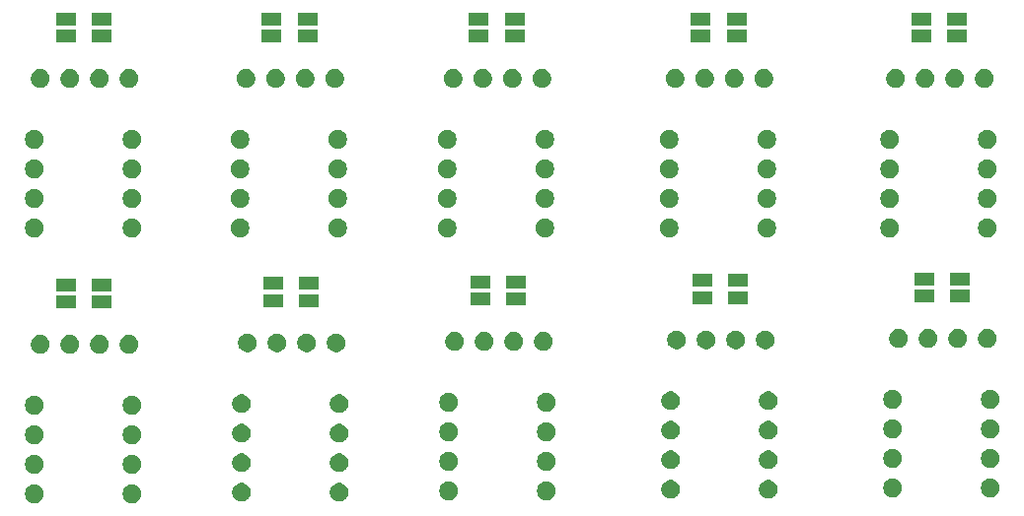
<source format=gbr>
G04 #@! TF.GenerationSoftware,KiCad,Pcbnew,(5.1.4)-1*
G04 #@! TF.CreationDate,2019-11-19T12:22:33-05:00*
G04 #@! TF.ProjectId,bob_ws2811_driver,626f625f-7773-4323-9831-315f64726976,rev?*
G04 #@! TF.SameCoordinates,Original*
G04 #@! TF.FileFunction,Soldermask,Bot*
G04 #@! TF.FilePolarity,Negative*
%FSLAX46Y46*%
G04 Gerber Fmt 4.6, Leading zero omitted, Abs format (unit mm)*
G04 Created by KiCad (PCBNEW (5.1.4)-1) date 2019-11-19 12:22:33*
%MOMM*%
%LPD*%
G04 APERTURE LIST*
%ADD10C,0.100000*%
G04 APERTURE END LIST*
D10*
G36*
X114612642Y-67888781D02*
G01*
X114758414Y-67949162D01*
X114758416Y-67949163D01*
X114889608Y-68036822D01*
X115001178Y-68148392D01*
X115088837Y-68279584D01*
X115088838Y-68279586D01*
X115149219Y-68425358D01*
X115180000Y-68580107D01*
X115180000Y-68737893D01*
X115149219Y-68892642D01*
X115109787Y-68987838D01*
X115088837Y-69038416D01*
X115001178Y-69169608D01*
X114889608Y-69281178D01*
X114758416Y-69368837D01*
X114758415Y-69368838D01*
X114758414Y-69368838D01*
X114612642Y-69429219D01*
X114457893Y-69460000D01*
X114300107Y-69460000D01*
X114145358Y-69429219D01*
X113999586Y-69368838D01*
X113999585Y-69368838D01*
X113999584Y-69368837D01*
X113868392Y-69281178D01*
X113756822Y-69169608D01*
X113669163Y-69038416D01*
X113648213Y-68987838D01*
X113608781Y-68892642D01*
X113578000Y-68737893D01*
X113578000Y-68580107D01*
X113608781Y-68425358D01*
X113669162Y-68279586D01*
X113669163Y-68279584D01*
X113756822Y-68148392D01*
X113868392Y-68036822D01*
X113999584Y-67949163D01*
X113999586Y-67949162D01*
X114145358Y-67888781D01*
X114300107Y-67858000D01*
X114457893Y-67858000D01*
X114612642Y-67888781D01*
X114612642Y-67888781D01*
G37*
G36*
X106230642Y-67888781D02*
G01*
X106376414Y-67949162D01*
X106376416Y-67949163D01*
X106507608Y-68036822D01*
X106619178Y-68148392D01*
X106706837Y-68279584D01*
X106706838Y-68279586D01*
X106767219Y-68425358D01*
X106798000Y-68580107D01*
X106798000Y-68737893D01*
X106767219Y-68892642D01*
X106727787Y-68987838D01*
X106706837Y-69038416D01*
X106619178Y-69169608D01*
X106507608Y-69281178D01*
X106376416Y-69368837D01*
X106376415Y-69368838D01*
X106376414Y-69368838D01*
X106230642Y-69429219D01*
X106075893Y-69460000D01*
X105918107Y-69460000D01*
X105763358Y-69429219D01*
X105617586Y-69368838D01*
X105617585Y-69368838D01*
X105617584Y-69368837D01*
X105486392Y-69281178D01*
X105374822Y-69169608D01*
X105287163Y-69038416D01*
X105266213Y-68987838D01*
X105226781Y-68892642D01*
X105196000Y-68737893D01*
X105196000Y-68580107D01*
X105226781Y-68425358D01*
X105287162Y-68279586D01*
X105287163Y-68279584D01*
X105374822Y-68148392D01*
X105486392Y-68036822D01*
X105617584Y-67949163D01*
X105617586Y-67949162D01*
X105763358Y-67888781D01*
X105918107Y-67858000D01*
X106075893Y-67858000D01*
X106230642Y-67888781D01*
X106230642Y-67888781D01*
G37*
G36*
X124010642Y-67761781D02*
G01*
X124156414Y-67822162D01*
X124156416Y-67822163D01*
X124287608Y-67909822D01*
X124399178Y-68021392D01*
X124486837Y-68152584D01*
X124486838Y-68152586D01*
X124547219Y-68298358D01*
X124578000Y-68453107D01*
X124578000Y-68610893D01*
X124547219Y-68765642D01*
X124494613Y-68892643D01*
X124486837Y-68911416D01*
X124399178Y-69042608D01*
X124287608Y-69154178D01*
X124156416Y-69241837D01*
X124156415Y-69241838D01*
X124156414Y-69241838D01*
X124010642Y-69302219D01*
X123855893Y-69333000D01*
X123698107Y-69333000D01*
X123543358Y-69302219D01*
X123397586Y-69241838D01*
X123397585Y-69241838D01*
X123397584Y-69241837D01*
X123266392Y-69154178D01*
X123154822Y-69042608D01*
X123067163Y-68911416D01*
X123059387Y-68892643D01*
X123006781Y-68765642D01*
X122976000Y-68610893D01*
X122976000Y-68453107D01*
X123006781Y-68298358D01*
X123067162Y-68152586D01*
X123067163Y-68152584D01*
X123154822Y-68021392D01*
X123266392Y-67909822D01*
X123397584Y-67822163D01*
X123397586Y-67822162D01*
X123543358Y-67761781D01*
X123698107Y-67731000D01*
X123855893Y-67731000D01*
X124010642Y-67761781D01*
X124010642Y-67761781D01*
G37*
G36*
X132392642Y-67761781D02*
G01*
X132538414Y-67822162D01*
X132538416Y-67822163D01*
X132669608Y-67909822D01*
X132781178Y-68021392D01*
X132868837Y-68152584D01*
X132868838Y-68152586D01*
X132929219Y-68298358D01*
X132960000Y-68453107D01*
X132960000Y-68610893D01*
X132929219Y-68765642D01*
X132876613Y-68892643D01*
X132868837Y-68911416D01*
X132781178Y-69042608D01*
X132669608Y-69154178D01*
X132538416Y-69241837D01*
X132538415Y-69241838D01*
X132538414Y-69241838D01*
X132392642Y-69302219D01*
X132237893Y-69333000D01*
X132080107Y-69333000D01*
X131925358Y-69302219D01*
X131779586Y-69241838D01*
X131779585Y-69241838D01*
X131779584Y-69241837D01*
X131648392Y-69154178D01*
X131536822Y-69042608D01*
X131449163Y-68911416D01*
X131441387Y-68892643D01*
X131388781Y-68765642D01*
X131358000Y-68610893D01*
X131358000Y-68453107D01*
X131388781Y-68298358D01*
X131449162Y-68152586D01*
X131449163Y-68152584D01*
X131536822Y-68021392D01*
X131648392Y-67909822D01*
X131779584Y-67822163D01*
X131779586Y-67822162D01*
X131925358Y-67761781D01*
X132080107Y-67731000D01*
X132237893Y-67731000D01*
X132392642Y-67761781D01*
X132392642Y-67761781D01*
G37*
G36*
X141790642Y-67634781D02*
G01*
X141936414Y-67695162D01*
X141936416Y-67695163D01*
X142067608Y-67782822D01*
X142179178Y-67894392D01*
X142266837Y-68025584D01*
X142266838Y-68025586D01*
X142327219Y-68171358D01*
X142358000Y-68326107D01*
X142358000Y-68483893D01*
X142327219Y-68638642D01*
X142274613Y-68765643D01*
X142266837Y-68784416D01*
X142179178Y-68915608D01*
X142067608Y-69027178D01*
X141936416Y-69114837D01*
X141936415Y-69114838D01*
X141936414Y-69114838D01*
X141790642Y-69175219D01*
X141635893Y-69206000D01*
X141478107Y-69206000D01*
X141323358Y-69175219D01*
X141177586Y-69114838D01*
X141177585Y-69114838D01*
X141177584Y-69114837D01*
X141046392Y-69027178D01*
X140934822Y-68915608D01*
X140847163Y-68784416D01*
X140839387Y-68765643D01*
X140786781Y-68638642D01*
X140756000Y-68483893D01*
X140756000Y-68326107D01*
X140786781Y-68171358D01*
X140847162Y-68025586D01*
X140847163Y-68025584D01*
X140934822Y-67894392D01*
X141046392Y-67782822D01*
X141177584Y-67695163D01*
X141177586Y-67695162D01*
X141323358Y-67634781D01*
X141478107Y-67604000D01*
X141635893Y-67604000D01*
X141790642Y-67634781D01*
X141790642Y-67634781D01*
G37*
G36*
X150172642Y-67634781D02*
G01*
X150318414Y-67695162D01*
X150318416Y-67695163D01*
X150449608Y-67782822D01*
X150561178Y-67894392D01*
X150648837Y-68025584D01*
X150648838Y-68025586D01*
X150709219Y-68171358D01*
X150740000Y-68326107D01*
X150740000Y-68483893D01*
X150709219Y-68638642D01*
X150656613Y-68765643D01*
X150648837Y-68784416D01*
X150561178Y-68915608D01*
X150449608Y-69027178D01*
X150318416Y-69114837D01*
X150318415Y-69114838D01*
X150318414Y-69114838D01*
X150172642Y-69175219D01*
X150017893Y-69206000D01*
X149860107Y-69206000D01*
X149705358Y-69175219D01*
X149559586Y-69114838D01*
X149559585Y-69114838D01*
X149559584Y-69114837D01*
X149428392Y-69027178D01*
X149316822Y-68915608D01*
X149229163Y-68784416D01*
X149221387Y-68765643D01*
X149168781Y-68638642D01*
X149138000Y-68483893D01*
X149138000Y-68326107D01*
X149168781Y-68171358D01*
X149229162Y-68025586D01*
X149229163Y-68025584D01*
X149316822Y-67894392D01*
X149428392Y-67782822D01*
X149559584Y-67695163D01*
X149559586Y-67695162D01*
X149705358Y-67634781D01*
X149860107Y-67604000D01*
X150017893Y-67604000D01*
X150172642Y-67634781D01*
X150172642Y-67634781D01*
G37*
G36*
X160840642Y-67507781D02*
G01*
X160986414Y-67568162D01*
X160986416Y-67568163D01*
X161117608Y-67655822D01*
X161229178Y-67767392D01*
X161316837Y-67898584D01*
X161316838Y-67898586D01*
X161377219Y-68044358D01*
X161408000Y-68199107D01*
X161408000Y-68356893D01*
X161377219Y-68511642D01*
X161324613Y-68638643D01*
X161316837Y-68657416D01*
X161229178Y-68788608D01*
X161117608Y-68900178D01*
X160986416Y-68987837D01*
X160986415Y-68987838D01*
X160986414Y-68987838D01*
X160840642Y-69048219D01*
X160685893Y-69079000D01*
X160528107Y-69079000D01*
X160373358Y-69048219D01*
X160227586Y-68987838D01*
X160227585Y-68987838D01*
X160227584Y-68987837D01*
X160096392Y-68900178D01*
X159984822Y-68788608D01*
X159897163Y-68657416D01*
X159889387Y-68638643D01*
X159836781Y-68511642D01*
X159806000Y-68356893D01*
X159806000Y-68199107D01*
X159836781Y-68044358D01*
X159897162Y-67898586D01*
X159897163Y-67898584D01*
X159984822Y-67767392D01*
X160096392Y-67655822D01*
X160227584Y-67568163D01*
X160227586Y-67568162D01*
X160373358Y-67507781D01*
X160528107Y-67477000D01*
X160685893Y-67477000D01*
X160840642Y-67507781D01*
X160840642Y-67507781D01*
G37*
G36*
X169222642Y-67507781D02*
G01*
X169368414Y-67568162D01*
X169368416Y-67568163D01*
X169499608Y-67655822D01*
X169611178Y-67767392D01*
X169698837Y-67898584D01*
X169698838Y-67898586D01*
X169759219Y-68044358D01*
X169790000Y-68199107D01*
X169790000Y-68356893D01*
X169759219Y-68511642D01*
X169706613Y-68638643D01*
X169698837Y-68657416D01*
X169611178Y-68788608D01*
X169499608Y-68900178D01*
X169368416Y-68987837D01*
X169368415Y-68987838D01*
X169368414Y-68987838D01*
X169222642Y-69048219D01*
X169067893Y-69079000D01*
X168910107Y-69079000D01*
X168755358Y-69048219D01*
X168609586Y-68987838D01*
X168609585Y-68987838D01*
X168609584Y-68987837D01*
X168478392Y-68900178D01*
X168366822Y-68788608D01*
X168279163Y-68657416D01*
X168271387Y-68638643D01*
X168218781Y-68511642D01*
X168188000Y-68356893D01*
X168188000Y-68199107D01*
X168218781Y-68044358D01*
X168279162Y-67898586D01*
X168279163Y-67898584D01*
X168366822Y-67767392D01*
X168478392Y-67655822D01*
X168609584Y-67568163D01*
X168609586Y-67568162D01*
X168755358Y-67507781D01*
X168910107Y-67477000D01*
X169067893Y-67477000D01*
X169222642Y-67507781D01*
X169222642Y-67507781D01*
G37*
G36*
X188272642Y-67380781D02*
G01*
X188418414Y-67441162D01*
X188418416Y-67441163D01*
X188549608Y-67528822D01*
X188661178Y-67640392D01*
X188748837Y-67771584D01*
X188748838Y-67771586D01*
X188809219Y-67917358D01*
X188840000Y-68072107D01*
X188840000Y-68229893D01*
X188809219Y-68384642D01*
X188756613Y-68511643D01*
X188748837Y-68530416D01*
X188661178Y-68661608D01*
X188549608Y-68773178D01*
X188418416Y-68860837D01*
X188418415Y-68860838D01*
X188418414Y-68860838D01*
X188272642Y-68921219D01*
X188117893Y-68952000D01*
X187960107Y-68952000D01*
X187805358Y-68921219D01*
X187659586Y-68860838D01*
X187659585Y-68860838D01*
X187659584Y-68860837D01*
X187528392Y-68773178D01*
X187416822Y-68661608D01*
X187329163Y-68530416D01*
X187321387Y-68511643D01*
X187268781Y-68384642D01*
X187238000Y-68229893D01*
X187238000Y-68072107D01*
X187268781Y-67917358D01*
X187329162Y-67771586D01*
X187329163Y-67771584D01*
X187416822Y-67640392D01*
X187528392Y-67528822D01*
X187659584Y-67441163D01*
X187659586Y-67441162D01*
X187805358Y-67380781D01*
X187960107Y-67350000D01*
X188117893Y-67350000D01*
X188272642Y-67380781D01*
X188272642Y-67380781D01*
G37*
G36*
X179890642Y-67380781D02*
G01*
X180036414Y-67441162D01*
X180036416Y-67441163D01*
X180167608Y-67528822D01*
X180279178Y-67640392D01*
X180366837Y-67771584D01*
X180366838Y-67771586D01*
X180427219Y-67917358D01*
X180458000Y-68072107D01*
X180458000Y-68229893D01*
X180427219Y-68384642D01*
X180374613Y-68511643D01*
X180366837Y-68530416D01*
X180279178Y-68661608D01*
X180167608Y-68773178D01*
X180036416Y-68860837D01*
X180036415Y-68860838D01*
X180036414Y-68860838D01*
X179890642Y-68921219D01*
X179735893Y-68952000D01*
X179578107Y-68952000D01*
X179423358Y-68921219D01*
X179277586Y-68860838D01*
X179277585Y-68860838D01*
X179277584Y-68860837D01*
X179146392Y-68773178D01*
X179034822Y-68661608D01*
X178947163Y-68530416D01*
X178939387Y-68511643D01*
X178886781Y-68384642D01*
X178856000Y-68229893D01*
X178856000Y-68072107D01*
X178886781Y-67917358D01*
X178947162Y-67771586D01*
X178947163Y-67771584D01*
X179034822Y-67640392D01*
X179146392Y-67528822D01*
X179277584Y-67441163D01*
X179277586Y-67441162D01*
X179423358Y-67380781D01*
X179578107Y-67350000D01*
X179735893Y-67350000D01*
X179890642Y-67380781D01*
X179890642Y-67380781D01*
G37*
G36*
X114612642Y-65348781D02*
G01*
X114758414Y-65409162D01*
X114758416Y-65409163D01*
X114889608Y-65496822D01*
X115001178Y-65608392D01*
X115088837Y-65739584D01*
X115088838Y-65739586D01*
X115149219Y-65885358D01*
X115180000Y-66040107D01*
X115180000Y-66197893D01*
X115149219Y-66352642D01*
X115109787Y-66447838D01*
X115088837Y-66498416D01*
X115001178Y-66629608D01*
X114889608Y-66741178D01*
X114758416Y-66828837D01*
X114758415Y-66828838D01*
X114758414Y-66828838D01*
X114612642Y-66889219D01*
X114457893Y-66920000D01*
X114300107Y-66920000D01*
X114145358Y-66889219D01*
X113999586Y-66828838D01*
X113999585Y-66828838D01*
X113999584Y-66828837D01*
X113868392Y-66741178D01*
X113756822Y-66629608D01*
X113669163Y-66498416D01*
X113648213Y-66447838D01*
X113608781Y-66352642D01*
X113578000Y-66197893D01*
X113578000Y-66040107D01*
X113608781Y-65885358D01*
X113669162Y-65739586D01*
X113669163Y-65739584D01*
X113756822Y-65608392D01*
X113868392Y-65496822D01*
X113999584Y-65409163D01*
X113999586Y-65409162D01*
X114145358Y-65348781D01*
X114300107Y-65318000D01*
X114457893Y-65318000D01*
X114612642Y-65348781D01*
X114612642Y-65348781D01*
G37*
G36*
X106230642Y-65348781D02*
G01*
X106376414Y-65409162D01*
X106376416Y-65409163D01*
X106507608Y-65496822D01*
X106619178Y-65608392D01*
X106706837Y-65739584D01*
X106706838Y-65739586D01*
X106767219Y-65885358D01*
X106798000Y-66040107D01*
X106798000Y-66197893D01*
X106767219Y-66352642D01*
X106727787Y-66447838D01*
X106706837Y-66498416D01*
X106619178Y-66629608D01*
X106507608Y-66741178D01*
X106376416Y-66828837D01*
X106376415Y-66828838D01*
X106376414Y-66828838D01*
X106230642Y-66889219D01*
X106075893Y-66920000D01*
X105918107Y-66920000D01*
X105763358Y-66889219D01*
X105617586Y-66828838D01*
X105617585Y-66828838D01*
X105617584Y-66828837D01*
X105486392Y-66741178D01*
X105374822Y-66629608D01*
X105287163Y-66498416D01*
X105266213Y-66447838D01*
X105226781Y-66352642D01*
X105196000Y-66197893D01*
X105196000Y-66040107D01*
X105226781Y-65885358D01*
X105287162Y-65739586D01*
X105287163Y-65739584D01*
X105374822Y-65608392D01*
X105486392Y-65496822D01*
X105617584Y-65409163D01*
X105617586Y-65409162D01*
X105763358Y-65348781D01*
X105918107Y-65318000D01*
X106075893Y-65318000D01*
X106230642Y-65348781D01*
X106230642Y-65348781D01*
G37*
G36*
X132392642Y-65221781D02*
G01*
X132538414Y-65282162D01*
X132538416Y-65282163D01*
X132669608Y-65369822D01*
X132781178Y-65481392D01*
X132868837Y-65612584D01*
X132868838Y-65612586D01*
X132929219Y-65758358D01*
X132960000Y-65913107D01*
X132960000Y-66070893D01*
X132929219Y-66225642D01*
X132876613Y-66352643D01*
X132868837Y-66371416D01*
X132781178Y-66502608D01*
X132669608Y-66614178D01*
X132538416Y-66701837D01*
X132538415Y-66701838D01*
X132538414Y-66701838D01*
X132392642Y-66762219D01*
X132237893Y-66793000D01*
X132080107Y-66793000D01*
X131925358Y-66762219D01*
X131779586Y-66701838D01*
X131779585Y-66701838D01*
X131779584Y-66701837D01*
X131648392Y-66614178D01*
X131536822Y-66502608D01*
X131449163Y-66371416D01*
X131441387Y-66352643D01*
X131388781Y-66225642D01*
X131358000Y-66070893D01*
X131358000Y-65913107D01*
X131388781Y-65758358D01*
X131449162Y-65612586D01*
X131449163Y-65612584D01*
X131536822Y-65481392D01*
X131648392Y-65369822D01*
X131779584Y-65282163D01*
X131779586Y-65282162D01*
X131925358Y-65221781D01*
X132080107Y-65191000D01*
X132237893Y-65191000D01*
X132392642Y-65221781D01*
X132392642Y-65221781D01*
G37*
G36*
X124010642Y-65221781D02*
G01*
X124156414Y-65282162D01*
X124156416Y-65282163D01*
X124287608Y-65369822D01*
X124399178Y-65481392D01*
X124486837Y-65612584D01*
X124486838Y-65612586D01*
X124547219Y-65758358D01*
X124578000Y-65913107D01*
X124578000Y-66070893D01*
X124547219Y-66225642D01*
X124494613Y-66352643D01*
X124486837Y-66371416D01*
X124399178Y-66502608D01*
X124287608Y-66614178D01*
X124156416Y-66701837D01*
X124156415Y-66701838D01*
X124156414Y-66701838D01*
X124010642Y-66762219D01*
X123855893Y-66793000D01*
X123698107Y-66793000D01*
X123543358Y-66762219D01*
X123397586Y-66701838D01*
X123397585Y-66701838D01*
X123397584Y-66701837D01*
X123266392Y-66614178D01*
X123154822Y-66502608D01*
X123067163Y-66371416D01*
X123059387Y-66352643D01*
X123006781Y-66225642D01*
X122976000Y-66070893D01*
X122976000Y-65913107D01*
X123006781Y-65758358D01*
X123067162Y-65612586D01*
X123067163Y-65612584D01*
X123154822Y-65481392D01*
X123266392Y-65369822D01*
X123397584Y-65282163D01*
X123397586Y-65282162D01*
X123543358Y-65221781D01*
X123698107Y-65191000D01*
X123855893Y-65191000D01*
X124010642Y-65221781D01*
X124010642Y-65221781D01*
G37*
G36*
X141790642Y-65094781D02*
G01*
X141936414Y-65155162D01*
X141936416Y-65155163D01*
X142067608Y-65242822D01*
X142179178Y-65354392D01*
X142266837Y-65485584D01*
X142266838Y-65485586D01*
X142327219Y-65631358D01*
X142358000Y-65786107D01*
X142358000Y-65943893D01*
X142327219Y-66098642D01*
X142274613Y-66225643D01*
X142266837Y-66244416D01*
X142179178Y-66375608D01*
X142067608Y-66487178D01*
X141936416Y-66574837D01*
X141936415Y-66574838D01*
X141936414Y-66574838D01*
X141790642Y-66635219D01*
X141635893Y-66666000D01*
X141478107Y-66666000D01*
X141323358Y-66635219D01*
X141177586Y-66574838D01*
X141177585Y-66574838D01*
X141177584Y-66574837D01*
X141046392Y-66487178D01*
X140934822Y-66375608D01*
X140847163Y-66244416D01*
X140839387Y-66225643D01*
X140786781Y-66098642D01*
X140756000Y-65943893D01*
X140756000Y-65786107D01*
X140786781Y-65631358D01*
X140847162Y-65485586D01*
X140847163Y-65485584D01*
X140934822Y-65354392D01*
X141046392Y-65242822D01*
X141177584Y-65155163D01*
X141177586Y-65155162D01*
X141323358Y-65094781D01*
X141478107Y-65064000D01*
X141635893Y-65064000D01*
X141790642Y-65094781D01*
X141790642Y-65094781D01*
G37*
G36*
X150172642Y-65094781D02*
G01*
X150318414Y-65155162D01*
X150318416Y-65155163D01*
X150449608Y-65242822D01*
X150561178Y-65354392D01*
X150648837Y-65485584D01*
X150648838Y-65485586D01*
X150709219Y-65631358D01*
X150740000Y-65786107D01*
X150740000Y-65943893D01*
X150709219Y-66098642D01*
X150656613Y-66225643D01*
X150648837Y-66244416D01*
X150561178Y-66375608D01*
X150449608Y-66487178D01*
X150318416Y-66574837D01*
X150318415Y-66574838D01*
X150318414Y-66574838D01*
X150172642Y-66635219D01*
X150017893Y-66666000D01*
X149860107Y-66666000D01*
X149705358Y-66635219D01*
X149559586Y-66574838D01*
X149559585Y-66574838D01*
X149559584Y-66574837D01*
X149428392Y-66487178D01*
X149316822Y-66375608D01*
X149229163Y-66244416D01*
X149221387Y-66225643D01*
X149168781Y-66098642D01*
X149138000Y-65943893D01*
X149138000Y-65786107D01*
X149168781Y-65631358D01*
X149229162Y-65485586D01*
X149229163Y-65485584D01*
X149316822Y-65354392D01*
X149428392Y-65242822D01*
X149559584Y-65155163D01*
X149559586Y-65155162D01*
X149705358Y-65094781D01*
X149860107Y-65064000D01*
X150017893Y-65064000D01*
X150172642Y-65094781D01*
X150172642Y-65094781D01*
G37*
G36*
X160840642Y-64967781D02*
G01*
X160986414Y-65028162D01*
X160986416Y-65028163D01*
X161117608Y-65115822D01*
X161229178Y-65227392D01*
X161316837Y-65358584D01*
X161316838Y-65358586D01*
X161377219Y-65504358D01*
X161408000Y-65659107D01*
X161408000Y-65816893D01*
X161377219Y-65971642D01*
X161324613Y-66098643D01*
X161316837Y-66117416D01*
X161229178Y-66248608D01*
X161117608Y-66360178D01*
X160986416Y-66447837D01*
X160986415Y-66447838D01*
X160986414Y-66447838D01*
X160840642Y-66508219D01*
X160685893Y-66539000D01*
X160528107Y-66539000D01*
X160373358Y-66508219D01*
X160227586Y-66447838D01*
X160227585Y-66447838D01*
X160227584Y-66447837D01*
X160096392Y-66360178D01*
X159984822Y-66248608D01*
X159897163Y-66117416D01*
X159889387Y-66098643D01*
X159836781Y-65971642D01*
X159806000Y-65816893D01*
X159806000Y-65659107D01*
X159836781Y-65504358D01*
X159897162Y-65358586D01*
X159897163Y-65358584D01*
X159984822Y-65227392D01*
X160096392Y-65115822D01*
X160227584Y-65028163D01*
X160227586Y-65028162D01*
X160373358Y-64967781D01*
X160528107Y-64937000D01*
X160685893Y-64937000D01*
X160840642Y-64967781D01*
X160840642Y-64967781D01*
G37*
G36*
X169222642Y-64967781D02*
G01*
X169368414Y-65028162D01*
X169368416Y-65028163D01*
X169499608Y-65115822D01*
X169611178Y-65227392D01*
X169698837Y-65358584D01*
X169698838Y-65358586D01*
X169759219Y-65504358D01*
X169790000Y-65659107D01*
X169790000Y-65816893D01*
X169759219Y-65971642D01*
X169706613Y-66098643D01*
X169698837Y-66117416D01*
X169611178Y-66248608D01*
X169499608Y-66360178D01*
X169368416Y-66447837D01*
X169368415Y-66447838D01*
X169368414Y-66447838D01*
X169222642Y-66508219D01*
X169067893Y-66539000D01*
X168910107Y-66539000D01*
X168755358Y-66508219D01*
X168609586Y-66447838D01*
X168609585Y-66447838D01*
X168609584Y-66447837D01*
X168478392Y-66360178D01*
X168366822Y-66248608D01*
X168279163Y-66117416D01*
X168271387Y-66098643D01*
X168218781Y-65971642D01*
X168188000Y-65816893D01*
X168188000Y-65659107D01*
X168218781Y-65504358D01*
X168279162Y-65358586D01*
X168279163Y-65358584D01*
X168366822Y-65227392D01*
X168478392Y-65115822D01*
X168609584Y-65028163D01*
X168609586Y-65028162D01*
X168755358Y-64967781D01*
X168910107Y-64937000D01*
X169067893Y-64937000D01*
X169222642Y-64967781D01*
X169222642Y-64967781D01*
G37*
G36*
X179890642Y-64840781D02*
G01*
X180036414Y-64901162D01*
X180036416Y-64901163D01*
X180167608Y-64988822D01*
X180279178Y-65100392D01*
X180366837Y-65231584D01*
X180366838Y-65231586D01*
X180427219Y-65377358D01*
X180458000Y-65532107D01*
X180458000Y-65689893D01*
X180427219Y-65844642D01*
X180374613Y-65971643D01*
X180366837Y-65990416D01*
X180279178Y-66121608D01*
X180167608Y-66233178D01*
X180036416Y-66320837D01*
X180036415Y-66320838D01*
X180036414Y-66320838D01*
X179890642Y-66381219D01*
X179735893Y-66412000D01*
X179578107Y-66412000D01*
X179423358Y-66381219D01*
X179277586Y-66320838D01*
X179277585Y-66320838D01*
X179277584Y-66320837D01*
X179146392Y-66233178D01*
X179034822Y-66121608D01*
X178947163Y-65990416D01*
X178939387Y-65971643D01*
X178886781Y-65844642D01*
X178856000Y-65689893D01*
X178856000Y-65532107D01*
X178886781Y-65377358D01*
X178947162Y-65231586D01*
X178947163Y-65231584D01*
X179034822Y-65100392D01*
X179146392Y-64988822D01*
X179277584Y-64901163D01*
X179277586Y-64901162D01*
X179423358Y-64840781D01*
X179578107Y-64810000D01*
X179735893Y-64810000D01*
X179890642Y-64840781D01*
X179890642Y-64840781D01*
G37*
G36*
X188272642Y-64840781D02*
G01*
X188418414Y-64901162D01*
X188418416Y-64901163D01*
X188549608Y-64988822D01*
X188661178Y-65100392D01*
X188748837Y-65231584D01*
X188748838Y-65231586D01*
X188809219Y-65377358D01*
X188840000Y-65532107D01*
X188840000Y-65689893D01*
X188809219Y-65844642D01*
X188756613Y-65971643D01*
X188748837Y-65990416D01*
X188661178Y-66121608D01*
X188549608Y-66233178D01*
X188418416Y-66320837D01*
X188418415Y-66320838D01*
X188418414Y-66320838D01*
X188272642Y-66381219D01*
X188117893Y-66412000D01*
X187960107Y-66412000D01*
X187805358Y-66381219D01*
X187659586Y-66320838D01*
X187659585Y-66320838D01*
X187659584Y-66320837D01*
X187528392Y-66233178D01*
X187416822Y-66121608D01*
X187329163Y-65990416D01*
X187321387Y-65971643D01*
X187268781Y-65844642D01*
X187238000Y-65689893D01*
X187238000Y-65532107D01*
X187268781Y-65377358D01*
X187329162Y-65231586D01*
X187329163Y-65231584D01*
X187416822Y-65100392D01*
X187528392Y-64988822D01*
X187659584Y-64901163D01*
X187659586Y-64901162D01*
X187805358Y-64840781D01*
X187960107Y-64810000D01*
X188117893Y-64810000D01*
X188272642Y-64840781D01*
X188272642Y-64840781D01*
G37*
G36*
X114612642Y-62808781D02*
G01*
X114758414Y-62869162D01*
X114758416Y-62869163D01*
X114889608Y-62956822D01*
X115001178Y-63068392D01*
X115088837Y-63199584D01*
X115088838Y-63199586D01*
X115149219Y-63345358D01*
X115180000Y-63500107D01*
X115180000Y-63657893D01*
X115149219Y-63812642D01*
X115109787Y-63907838D01*
X115088837Y-63958416D01*
X115001178Y-64089608D01*
X114889608Y-64201178D01*
X114758416Y-64288837D01*
X114758415Y-64288838D01*
X114758414Y-64288838D01*
X114612642Y-64349219D01*
X114457893Y-64380000D01*
X114300107Y-64380000D01*
X114145358Y-64349219D01*
X113999586Y-64288838D01*
X113999585Y-64288838D01*
X113999584Y-64288837D01*
X113868392Y-64201178D01*
X113756822Y-64089608D01*
X113669163Y-63958416D01*
X113648213Y-63907838D01*
X113608781Y-63812642D01*
X113578000Y-63657893D01*
X113578000Y-63500107D01*
X113608781Y-63345358D01*
X113669162Y-63199586D01*
X113669163Y-63199584D01*
X113756822Y-63068392D01*
X113868392Y-62956822D01*
X113999584Y-62869163D01*
X113999586Y-62869162D01*
X114145358Y-62808781D01*
X114300107Y-62778000D01*
X114457893Y-62778000D01*
X114612642Y-62808781D01*
X114612642Y-62808781D01*
G37*
G36*
X106230642Y-62808781D02*
G01*
X106376414Y-62869162D01*
X106376416Y-62869163D01*
X106507608Y-62956822D01*
X106619178Y-63068392D01*
X106706837Y-63199584D01*
X106706838Y-63199586D01*
X106767219Y-63345358D01*
X106798000Y-63500107D01*
X106798000Y-63657893D01*
X106767219Y-63812642D01*
X106727787Y-63907838D01*
X106706837Y-63958416D01*
X106619178Y-64089608D01*
X106507608Y-64201178D01*
X106376416Y-64288837D01*
X106376415Y-64288838D01*
X106376414Y-64288838D01*
X106230642Y-64349219D01*
X106075893Y-64380000D01*
X105918107Y-64380000D01*
X105763358Y-64349219D01*
X105617586Y-64288838D01*
X105617585Y-64288838D01*
X105617584Y-64288837D01*
X105486392Y-64201178D01*
X105374822Y-64089608D01*
X105287163Y-63958416D01*
X105266213Y-63907838D01*
X105226781Y-63812642D01*
X105196000Y-63657893D01*
X105196000Y-63500107D01*
X105226781Y-63345358D01*
X105287162Y-63199586D01*
X105287163Y-63199584D01*
X105374822Y-63068392D01*
X105486392Y-62956822D01*
X105617584Y-62869163D01*
X105617586Y-62869162D01*
X105763358Y-62808781D01*
X105918107Y-62778000D01*
X106075893Y-62778000D01*
X106230642Y-62808781D01*
X106230642Y-62808781D01*
G37*
G36*
X132392642Y-62681781D02*
G01*
X132538414Y-62742162D01*
X132538416Y-62742163D01*
X132669608Y-62829822D01*
X132781178Y-62941392D01*
X132868837Y-63072584D01*
X132868838Y-63072586D01*
X132929219Y-63218358D01*
X132960000Y-63373107D01*
X132960000Y-63530893D01*
X132929219Y-63685642D01*
X132876613Y-63812643D01*
X132868837Y-63831416D01*
X132781178Y-63962608D01*
X132669608Y-64074178D01*
X132538416Y-64161837D01*
X132538415Y-64161838D01*
X132538414Y-64161838D01*
X132392642Y-64222219D01*
X132237893Y-64253000D01*
X132080107Y-64253000D01*
X131925358Y-64222219D01*
X131779586Y-64161838D01*
X131779585Y-64161838D01*
X131779584Y-64161837D01*
X131648392Y-64074178D01*
X131536822Y-63962608D01*
X131449163Y-63831416D01*
X131441387Y-63812643D01*
X131388781Y-63685642D01*
X131358000Y-63530893D01*
X131358000Y-63373107D01*
X131388781Y-63218358D01*
X131449162Y-63072586D01*
X131449163Y-63072584D01*
X131536822Y-62941392D01*
X131648392Y-62829822D01*
X131779584Y-62742163D01*
X131779586Y-62742162D01*
X131925358Y-62681781D01*
X132080107Y-62651000D01*
X132237893Y-62651000D01*
X132392642Y-62681781D01*
X132392642Y-62681781D01*
G37*
G36*
X124010642Y-62681781D02*
G01*
X124156414Y-62742162D01*
X124156416Y-62742163D01*
X124287608Y-62829822D01*
X124399178Y-62941392D01*
X124486837Y-63072584D01*
X124486838Y-63072586D01*
X124547219Y-63218358D01*
X124578000Y-63373107D01*
X124578000Y-63530893D01*
X124547219Y-63685642D01*
X124494613Y-63812643D01*
X124486837Y-63831416D01*
X124399178Y-63962608D01*
X124287608Y-64074178D01*
X124156416Y-64161837D01*
X124156415Y-64161838D01*
X124156414Y-64161838D01*
X124010642Y-64222219D01*
X123855893Y-64253000D01*
X123698107Y-64253000D01*
X123543358Y-64222219D01*
X123397586Y-64161838D01*
X123397585Y-64161838D01*
X123397584Y-64161837D01*
X123266392Y-64074178D01*
X123154822Y-63962608D01*
X123067163Y-63831416D01*
X123059387Y-63812643D01*
X123006781Y-63685642D01*
X122976000Y-63530893D01*
X122976000Y-63373107D01*
X123006781Y-63218358D01*
X123067162Y-63072586D01*
X123067163Y-63072584D01*
X123154822Y-62941392D01*
X123266392Y-62829822D01*
X123397584Y-62742163D01*
X123397586Y-62742162D01*
X123543358Y-62681781D01*
X123698107Y-62651000D01*
X123855893Y-62651000D01*
X124010642Y-62681781D01*
X124010642Y-62681781D01*
G37*
G36*
X141790642Y-62554781D02*
G01*
X141936414Y-62615162D01*
X141936416Y-62615163D01*
X142067608Y-62702822D01*
X142179178Y-62814392D01*
X142266837Y-62945584D01*
X142266838Y-62945586D01*
X142327219Y-63091358D01*
X142358000Y-63246107D01*
X142358000Y-63403893D01*
X142327219Y-63558642D01*
X142274613Y-63685643D01*
X142266837Y-63704416D01*
X142179178Y-63835608D01*
X142067608Y-63947178D01*
X141936416Y-64034837D01*
X141936415Y-64034838D01*
X141936414Y-64034838D01*
X141790642Y-64095219D01*
X141635893Y-64126000D01*
X141478107Y-64126000D01*
X141323358Y-64095219D01*
X141177586Y-64034838D01*
X141177585Y-64034838D01*
X141177584Y-64034837D01*
X141046392Y-63947178D01*
X140934822Y-63835608D01*
X140847163Y-63704416D01*
X140839387Y-63685643D01*
X140786781Y-63558642D01*
X140756000Y-63403893D01*
X140756000Y-63246107D01*
X140786781Y-63091358D01*
X140847162Y-62945586D01*
X140847163Y-62945584D01*
X140934822Y-62814392D01*
X141046392Y-62702822D01*
X141177584Y-62615163D01*
X141177586Y-62615162D01*
X141323358Y-62554781D01*
X141478107Y-62524000D01*
X141635893Y-62524000D01*
X141790642Y-62554781D01*
X141790642Y-62554781D01*
G37*
G36*
X150172642Y-62554781D02*
G01*
X150318414Y-62615162D01*
X150318416Y-62615163D01*
X150449608Y-62702822D01*
X150561178Y-62814392D01*
X150648837Y-62945584D01*
X150648838Y-62945586D01*
X150709219Y-63091358D01*
X150740000Y-63246107D01*
X150740000Y-63403893D01*
X150709219Y-63558642D01*
X150656613Y-63685643D01*
X150648837Y-63704416D01*
X150561178Y-63835608D01*
X150449608Y-63947178D01*
X150318416Y-64034837D01*
X150318415Y-64034838D01*
X150318414Y-64034838D01*
X150172642Y-64095219D01*
X150017893Y-64126000D01*
X149860107Y-64126000D01*
X149705358Y-64095219D01*
X149559586Y-64034838D01*
X149559585Y-64034838D01*
X149559584Y-64034837D01*
X149428392Y-63947178D01*
X149316822Y-63835608D01*
X149229163Y-63704416D01*
X149221387Y-63685643D01*
X149168781Y-63558642D01*
X149138000Y-63403893D01*
X149138000Y-63246107D01*
X149168781Y-63091358D01*
X149229162Y-62945586D01*
X149229163Y-62945584D01*
X149316822Y-62814392D01*
X149428392Y-62702822D01*
X149559584Y-62615163D01*
X149559586Y-62615162D01*
X149705358Y-62554781D01*
X149860107Y-62524000D01*
X150017893Y-62524000D01*
X150172642Y-62554781D01*
X150172642Y-62554781D01*
G37*
G36*
X169222642Y-62427781D02*
G01*
X169368414Y-62488162D01*
X169368416Y-62488163D01*
X169499608Y-62575822D01*
X169611178Y-62687392D01*
X169698837Y-62818584D01*
X169698838Y-62818586D01*
X169759219Y-62964358D01*
X169790000Y-63119107D01*
X169790000Y-63276893D01*
X169759219Y-63431642D01*
X169706613Y-63558643D01*
X169698837Y-63577416D01*
X169611178Y-63708608D01*
X169499608Y-63820178D01*
X169368416Y-63907837D01*
X169368415Y-63907838D01*
X169368414Y-63907838D01*
X169222642Y-63968219D01*
X169067893Y-63999000D01*
X168910107Y-63999000D01*
X168755358Y-63968219D01*
X168609586Y-63907838D01*
X168609585Y-63907838D01*
X168609584Y-63907837D01*
X168478392Y-63820178D01*
X168366822Y-63708608D01*
X168279163Y-63577416D01*
X168271387Y-63558643D01*
X168218781Y-63431642D01*
X168188000Y-63276893D01*
X168188000Y-63119107D01*
X168218781Y-62964358D01*
X168279162Y-62818586D01*
X168279163Y-62818584D01*
X168366822Y-62687392D01*
X168478392Y-62575822D01*
X168609584Y-62488163D01*
X168609586Y-62488162D01*
X168755358Y-62427781D01*
X168910107Y-62397000D01*
X169067893Y-62397000D01*
X169222642Y-62427781D01*
X169222642Y-62427781D01*
G37*
G36*
X160840642Y-62427781D02*
G01*
X160986414Y-62488162D01*
X160986416Y-62488163D01*
X161117608Y-62575822D01*
X161229178Y-62687392D01*
X161316837Y-62818584D01*
X161316838Y-62818586D01*
X161377219Y-62964358D01*
X161408000Y-63119107D01*
X161408000Y-63276893D01*
X161377219Y-63431642D01*
X161324613Y-63558643D01*
X161316837Y-63577416D01*
X161229178Y-63708608D01*
X161117608Y-63820178D01*
X160986416Y-63907837D01*
X160986415Y-63907838D01*
X160986414Y-63907838D01*
X160840642Y-63968219D01*
X160685893Y-63999000D01*
X160528107Y-63999000D01*
X160373358Y-63968219D01*
X160227586Y-63907838D01*
X160227585Y-63907838D01*
X160227584Y-63907837D01*
X160096392Y-63820178D01*
X159984822Y-63708608D01*
X159897163Y-63577416D01*
X159889387Y-63558643D01*
X159836781Y-63431642D01*
X159806000Y-63276893D01*
X159806000Y-63119107D01*
X159836781Y-62964358D01*
X159897162Y-62818586D01*
X159897163Y-62818584D01*
X159984822Y-62687392D01*
X160096392Y-62575822D01*
X160227584Y-62488163D01*
X160227586Y-62488162D01*
X160373358Y-62427781D01*
X160528107Y-62397000D01*
X160685893Y-62397000D01*
X160840642Y-62427781D01*
X160840642Y-62427781D01*
G37*
G36*
X179890642Y-62300781D02*
G01*
X180036414Y-62361162D01*
X180036416Y-62361163D01*
X180167608Y-62448822D01*
X180279178Y-62560392D01*
X180366837Y-62691584D01*
X180366838Y-62691586D01*
X180427219Y-62837358D01*
X180458000Y-62992107D01*
X180458000Y-63149893D01*
X180427219Y-63304642D01*
X180374613Y-63431643D01*
X180366837Y-63450416D01*
X180279178Y-63581608D01*
X180167608Y-63693178D01*
X180036416Y-63780837D01*
X180036415Y-63780838D01*
X180036414Y-63780838D01*
X179890642Y-63841219D01*
X179735893Y-63872000D01*
X179578107Y-63872000D01*
X179423358Y-63841219D01*
X179277586Y-63780838D01*
X179277585Y-63780838D01*
X179277584Y-63780837D01*
X179146392Y-63693178D01*
X179034822Y-63581608D01*
X178947163Y-63450416D01*
X178939387Y-63431643D01*
X178886781Y-63304642D01*
X178856000Y-63149893D01*
X178856000Y-62992107D01*
X178886781Y-62837358D01*
X178947162Y-62691586D01*
X178947163Y-62691584D01*
X179034822Y-62560392D01*
X179146392Y-62448822D01*
X179277584Y-62361163D01*
X179277586Y-62361162D01*
X179423358Y-62300781D01*
X179578107Y-62270000D01*
X179735893Y-62270000D01*
X179890642Y-62300781D01*
X179890642Y-62300781D01*
G37*
G36*
X188272642Y-62300781D02*
G01*
X188418414Y-62361162D01*
X188418416Y-62361163D01*
X188549608Y-62448822D01*
X188661178Y-62560392D01*
X188748837Y-62691584D01*
X188748838Y-62691586D01*
X188809219Y-62837358D01*
X188840000Y-62992107D01*
X188840000Y-63149893D01*
X188809219Y-63304642D01*
X188756613Y-63431643D01*
X188748837Y-63450416D01*
X188661178Y-63581608D01*
X188549608Y-63693178D01*
X188418416Y-63780837D01*
X188418415Y-63780838D01*
X188418414Y-63780838D01*
X188272642Y-63841219D01*
X188117893Y-63872000D01*
X187960107Y-63872000D01*
X187805358Y-63841219D01*
X187659586Y-63780838D01*
X187659585Y-63780838D01*
X187659584Y-63780837D01*
X187528392Y-63693178D01*
X187416822Y-63581608D01*
X187329163Y-63450416D01*
X187321387Y-63431643D01*
X187268781Y-63304642D01*
X187238000Y-63149893D01*
X187238000Y-62992107D01*
X187268781Y-62837358D01*
X187329162Y-62691586D01*
X187329163Y-62691584D01*
X187416822Y-62560392D01*
X187528392Y-62448822D01*
X187659584Y-62361163D01*
X187659586Y-62361162D01*
X187805358Y-62300781D01*
X187960107Y-62270000D01*
X188117893Y-62270000D01*
X188272642Y-62300781D01*
X188272642Y-62300781D01*
G37*
G36*
X106230642Y-60268781D02*
G01*
X106376414Y-60329162D01*
X106376416Y-60329163D01*
X106507608Y-60416822D01*
X106619178Y-60528392D01*
X106706837Y-60659584D01*
X106706838Y-60659586D01*
X106767219Y-60805358D01*
X106798000Y-60960107D01*
X106798000Y-61117893D01*
X106767219Y-61272642D01*
X106727787Y-61367838D01*
X106706837Y-61418416D01*
X106619178Y-61549608D01*
X106507608Y-61661178D01*
X106376416Y-61748837D01*
X106376415Y-61748838D01*
X106376414Y-61748838D01*
X106230642Y-61809219D01*
X106075893Y-61840000D01*
X105918107Y-61840000D01*
X105763358Y-61809219D01*
X105617586Y-61748838D01*
X105617585Y-61748838D01*
X105617584Y-61748837D01*
X105486392Y-61661178D01*
X105374822Y-61549608D01*
X105287163Y-61418416D01*
X105266213Y-61367838D01*
X105226781Y-61272642D01*
X105196000Y-61117893D01*
X105196000Y-60960107D01*
X105226781Y-60805358D01*
X105287162Y-60659586D01*
X105287163Y-60659584D01*
X105374822Y-60528392D01*
X105486392Y-60416822D01*
X105617584Y-60329163D01*
X105617586Y-60329162D01*
X105763358Y-60268781D01*
X105918107Y-60238000D01*
X106075893Y-60238000D01*
X106230642Y-60268781D01*
X106230642Y-60268781D01*
G37*
G36*
X114612642Y-60268781D02*
G01*
X114758414Y-60329162D01*
X114758416Y-60329163D01*
X114889608Y-60416822D01*
X115001178Y-60528392D01*
X115088837Y-60659584D01*
X115088838Y-60659586D01*
X115149219Y-60805358D01*
X115180000Y-60960107D01*
X115180000Y-61117893D01*
X115149219Y-61272642D01*
X115109787Y-61367838D01*
X115088837Y-61418416D01*
X115001178Y-61549608D01*
X114889608Y-61661178D01*
X114758416Y-61748837D01*
X114758415Y-61748838D01*
X114758414Y-61748838D01*
X114612642Y-61809219D01*
X114457893Y-61840000D01*
X114300107Y-61840000D01*
X114145358Y-61809219D01*
X113999586Y-61748838D01*
X113999585Y-61748838D01*
X113999584Y-61748837D01*
X113868392Y-61661178D01*
X113756822Y-61549608D01*
X113669163Y-61418416D01*
X113648213Y-61367838D01*
X113608781Y-61272642D01*
X113578000Y-61117893D01*
X113578000Y-60960107D01*
X113608781Y-60805358D01*
X113669162Y-60659586D01*
X113669163Y-60659584D01*
X113756822Y-60528392D01*
X113868392Y-60416822D01*
X113999584Y-60329163D01*
X113999586Y-60329162D01*
X114145358Y-60268781D01*
X114300107Y-60238000D01*
X114457893Y-60238000D01*
X114612642Y-60268781D01*
X114612642Y-60268781D01*
G37*
G36*
X132392642Y-60141781D02*
G01*
X132538414Y-60202162D01*
X132538416Y-60202163D01*
X132669608Y-60289822D01*
X132781178Y-60401392D01*
X132868837Y-60532584D01*
X132868838Y-60532586D01*
X132929219Y-60678358D01*
X132960000Y-60833107D01*
X132960000Y-60990893D01*
X132929219Y-61145642D01*
X132876613Y-61272643D01*
X132868837Y-61291416D01*
X132781178Y-61422608D01*
X132669608Y-61534178D01*
X132538416Y-61621837D01*
X132538415Y-61621838D01*
X132538414Y-61621838D01*
X132392642Y-61682219D01*
X132237893Y-61713000D01*
X132080107Y-61713000D01*
X131925358Y-61682219D01*
X131779586Y-61621838D01*
X131779585Y-61621838D01*
X131779584Y-61621837D01*
X131648392Y-61534178D01*
X131536822Y-61422608D01*
X131449163Y-61291416D01*
X131441387Y-61272643D01*
X131388781Y-61145642D01*
X131358000Y-60990893D01*
X131358000Y-60833107D01*
X131388781Y-60678358D01*
X131449162Y-60532586D01*
X131449163Y-60532584D01*
X131536822Y-60401392D01*
X131648392Y-60289822D01*
X131779584Y-60202163D01*
X131779586Y-60202162D01*
X131925358Y-60141781D01*
X132080107Y-60111000D01*
X132237893Y-60111000D01*
X132392642Y-60141781D01*
X132392642Y-60141781D01*
G37*
G36*
X124010642Y-60141781D02*
G01*
X124156414Y-60202162D01*
X124156416Y-60202163D01*
X124287608Y-60289822D01*
X124399178Y-60401392D01*
X124486837Y-60532584D01*
X124486838Y-60532586D01*
X124547219Y-60678358D01*
X124578000Y-60833107D01*
X124578000Y-60990893D01*
X124547219Y-61145642D01*
X124494613Y-61272643D01*
X124486837Y-61291416D01*
X124399178Y-61422608D01*
X124287608Y-61534178D01*
X124156416Y-61621837D01*
X124156415Y-61621838D01*
X124156414Y-61621838D01*
X124010642Y-61682219D01*
X123855893Y-61713000D01*
X123698107Y-61713000D01*
X123543358Y-61682219D01*
X123397586Y-61621838D01*
X123397585Y-61621838D01*
X123397584Y-61621837D01*
X123266392Y-61534178D01*
X123154822Y-61422608D01*
X123067163Y-61291416D01*
X123059387Y-61272643D01*
X123006781Y-61145642D01*
X122976000Y-60990893D01*
X122976000Y-60833107D01*
X123006781Y-60678358D01*
X123067162Y-60532586D01*
X123067163Y-60532584D01*
X123154822Y-60401392D01*
X123266392Y-60289822D01*
X123397584Y-60202163D01*
X123397586Y-60202162D01*
X123543358Y-60141781D01*
X123698107Y-60111000D01*
X123855893Y-60111000D01*
X124010642Y-60141781D01*
X124010642Y-60141781D01*
G37*
G36*
X150172642Y-60014781D02*
G01*
X150318414Y-60075162D01*
X150318416Y-60075163D01*
X150449608Y-60162822D01*
X150561178Y-60274392D01*
X150648837Y-60405584D01*
X150648838Y-60405586D01*
X150709219Y-60551358D01*
X150740000Y-60706107D01*
X150740000Y-60863893D01*
X150709219Y-61018642D01*
X150656613Y-61145643D01*
X150648837Y-61164416D01*
X150561178Y-61295608D01*
X150449608Y-61407178D01*
X150318416Y-61494837D01*
X150318415Y-61494838D01*
X150318414Y-61494838D01*
X150172642Y-61555219D01*
X150017893Y-61586000D01*
X149860107Y-61586000D01*
X149705358Y-61555219D01*
X149559586Y-61494838D01*
X149559585Y-61494838D01*
X149559584Y-61494837D01*
X149428392Y-61407178D01*
X149316822Y-61295608D01*
X149229163Y-61164416D01*
X149221387Y-61145643D01*
X149168781Y-61018642D01*
X149138000Y-60863893D01*
X149138000Y-60706107D01*
X149168781Y-60551358D01*
X149229162Y-60405586D01*
X149229163Y-60405584D01*
X149316822Y-60274392D01*
X149428392Y-60162822D01*
X149559584Y-60075163D01*
X149559586Y-60075162D01*
X149705358Y-60014781D01*
X149860107Y-59984000D01*
X150017893Y-59984000D01*
X150172642Y-60014781D01*
X150172642Y-60014781D01*
G37*
G36*
X141790642Y-60014781D02*
G01*
X141936414Y-60075162D01*
X141936416Y-60075163D01*
X142067608Y-60162822D01*
X142179178Y-60274392D01*
X142266837Y-60405584D01*
X142266838Y-60405586D01*
X142327219Y-60551358D01*
X142358000Y-60706107D01*
X142358000Y-60863893D01*
X142327219Y-61018642D01*
X142274613Y-61145643D01*
X142266837Y-61164416D01*
X142179178Y-61295608D01*
X142067608Y-61407178D01*
X141936416Y-61494837D01*
X141936415Y-61494838D01*
X141936414Y-61494838D01*
X141790642Y-61555219D01*
X141635893Y-61586000D01*
X141478107Y-61586000D01*
X141323358Y-61555219D01*
X141177586Y-61494838D01*
X141177585Y-61494838D01*
X141177584Y-61494837D01*
X141046392Y-61407178D01*
X140934822Y-61295608D01*
X140847163Y-61164416D01*
X140839387Y-61145643D01*
X140786781Y-61018642D01*
X140756000Y-60863893D01*
X140756000Y-60706107D01*
X140786781Y-60551358D01*
X140847162Y-60405586D01*
X140847163Y-60405584D01*
X140934822Y-60274392D01*
X141046392Y-60162822D01*
X141177584Y-60075163D01*
X141177586Y-60075162D01*
X141323358Y-60014781D01*
X141478107Y-59984000D01*
X141635893Y-59984000D01*
X141790642Y-60014781D01*
X141790642Y-60014781D01*
G37*
G36*
X169222642Y-59887781D02*
G01*
X169368414Y-59948162D01*
X169368416Y-59948163D01*
X169499608Y-60035822D01*
X169611178Y-60147392D01*
X169698837Y-60278584D01*
X169698838Y-60278586D01*
X169759219Y-60424358D01*
X169790000Y-60579107D01*
X169790000Y-60736893D01*
X169759219Y-60891642D01*
X169706613Y-61018643D01*
X169698837Y-61037416D01*
X169611178Y-61168608D01*
X169499608Y-61280178D01*
X169368416Y-61367837D01*
X169368415Y-61367838D01*
X169368414Y-61367838D01*
X169222642Y-61428219D01*
X169067893Y-61459000D01*
X168910107Y-61459000D01*
X168755358Y-61428219D01*
X168609586Y-61367838D01*
X168609585Y-61367838D01*
X168609584Y-61367837D01*
X168478392Y-61280178D01*
X168366822Y-61168608D01*
X168279163Y-61037416D01*
X168271387Y-61018643D01*
X168218781Y-60891642D01*
X168188000Y-60736893D01*
X168188000Y-60579107D01*
X168218781Y-60424358D01*
X168279162Y-60278586D01*
X168279163Y-60278584D01*
X168366822Y-60147392D01*
X168478392Y-60035822D01*
X168609584Y-59948163D01*
X168609586Y-59948162D01*
X168755358Y-59887781D01*
X168910107Y-59857000D01*
X169067893Y-59857000D01*
X169222642Y-59887781D01*
X169222642Y-59887781D01*
G37*
G36*
X160840642Y-59887781D02*
G01*
X160986414Y-59948162D01*
X160986416Y-59948163D01*
X161117608Y-60035822D01*
X161229178Y-60147392D01*
X161316837Y-60278584D01*
X161316838Y-60278586D01*
X161377219Y-60424358D01*
X161408000Y-60579107D01*
X161408000Y-60736893D01*
X161377219Y-60891642D01*
X161324613Y-61018643D01*
X161316837Y-61037416D01*
X161229178Y-61168608D01*
X161117608Y-61280178D01*
X160986416Y-61367837D01*
X160986415Y-61367838D01*
X160986414Y-61367838D01*
X160840642Y-61428219D01*
X160685893Y-61459000D01*
X160528107Y-61459000D01*
X160373358Y-61428219D01*
X160227586Y-61367838D01*
X160227585Y-61367838D01*
X160227584Y-61367837D01*
X160096392Y-61280178D01*
X159984822Y-61168608D01*
X159897163Y-61037416D01*
X159889387Y-61018643D01*
X159836781Y-60891642D01*
X159806000Y-60736893D01*
X159806000Y-60579107D01*
X159836781Y-60424358D01*
X159897162Y-60278586D01*
X159897163Y-60278584D01*
X159984822Y-60147392D01*
X160096392Y-60035822D01*
X160227584Y-59948163D01*
X160227586Y-59948162D01*
X160373358Y-59887781D01*
X160528107Y-59857000D01*
X160685893Y-59857000D01*
X160840642Y-59887781D01*
X160840642Y-59887781D01*
G37*
G36*
X179890642Y-59760781D02*
G01*
X180036414Y-59821162D01*
X180036416Y-59821163D01*
X180167608Y-59908822D01*
X180279178Y-60020392D01*
X180366837Y-60151584D01*
X180366838Y-60151586D01*
X180427219Y-60297358D01*
X180458000Y-60452107D01*
X180458000Y-60609893D01*
X180427219Y-60764642D01*
X180374613Y-60891643D01*
X180366837Y-60910416D01*
X180279178Y-61041608D01*
X180167608Y-61153178D01*
X180036416Y-61240837D01*
X180036415Y-61240838D01*
X180036414Y-61240838D01*
X179890642Y-61301219D01*
X179735893Y-61332000D01*
X179578107Y-61332000D01*
X179423358Y-61301219D01*
X179277586Y-61240838D01*
X179277585Y-61240838D01*
X179277584Y-61240837D01*
X179146392Y-61153178D01*
X179034822Y-61041608D01*
X178947163Y-60910416D01*
X178939387Y-60891643D01*
X178886781Y-60764642D01*
X178856000Y-60609893D01*
X178856000Y-60452107D01*
X178886781Y-60297358D01*
X178947162Y-60151586D01*
X178947163Y-60151584D01*
X179034822Y-60020392D01*
X179146392Y-59908822D01*
X179277584Y-59821163D01*
X179277586Y-59821162D01*
X179423358Y-59760781D01*
X179578107Y-59730000D01*
X179735893Y-59730000D01*
X179890642Y-59760781D01*
X179890642Y-59760781D01*
G37*
G36*
X188272642Y-59760781D02*
G01*
X188418414Y-59821162D01*
X188418416Y-59821163D01*
X188549608Y-59908822D01*
X188661178Y-60020392D01*
X188748837Y-60151584D01*
X188748838Y-60151586D01*
X188809219Y-60297358D01*
X188840000Y-60452107D01*
X188840000Y-60609893D01*
X188809219Y-60764642D01*
X188756613Y-60891643D01*
X188748837Y-60910416D01*
X188661178Y-61041608D01*
X188549608Y-61153178D01*
X188418416Y-61240837D01*
X188418415Y-61240838D01*
X188418414Y-61240838D01*
X188272642Y-61301219D01*
X188117893Y-61332000D01*
X187960107Y-61332000D01*
X187805358Y-61301219D01*
X187659586Y-61240838D01*
X187659585Y-61240838D01*
X187659584Y-61240837D01*
X187528392Y-61153178D01*
X187416822Y-61041608D01*
X187329163Y-60910416D01*
X187321387Y-60891643D01*
X187268781Y-60764642D01*
X187238000Y-60609893D01*
X187238000Y-60452107D01*
X187268781Y-60297358D01*
X187329162Y-60151586D01*
X187329163Y-60151584D01*
X187416822Y-60020392D01*
X187528392Y-59908822D01*
X187659584Y-59821163D01*
X187659586Y-59821162D01*
X187805358Y-59760781D01*
X187960107Y-59730000D01*
X188117893Y-59730000D01*
X188272642Y-59760781D01*
X188272642Y-59760781D01*
G37*
G36*
X111818642Y-55030781D02*
G01*
X111964414Y-55091162D01*
X111964416Y-55091163D01*
X112095608Y-55178822D01*
X112207178Y-55290392D01*
X112294837Y-55421584D01*
X112294838Y-55421586D01*
X112355219Y-55567358D01*
X112386000Y-55722107D01*
X112386000Y-55879893D01*
X112355219Y-56034642D01*
X112315787Y-56129838D01*
X112294837Y-56180416D01*
X112207178Y-56311608D01*
X112095608Y-56423178D01*
X111964416Y-56510837D01*
X111964415Y-56510838D01*
X111964414Y-56510838D01*
X111818642Y-56571219D01*
X111663893Y-56602000D01*
X111506107Y-56602000D01*
X111351358Y-56571219D01*
X111205586Y-56510838D01*
X111205585Y-56510838D01*
X111205584Y-56510837D01*
X111074392Y-56423178D01*
X110962822Y-56311608D01*
X110875163Y-56180416D01*
X110854213Y-56129838D01*
X110814781Y-56034642D01*
X110784000Y-55879893D01*
X110784000Y-55722107D01*
X110814781Y-55567358D01*
X110875162Y-55421586D01*
X110875163Y-55421584D01*
X110962822Y-55290392D01*
X111074392Y-55178822D01*
X111205584Y-55091163D01*
X111205586Y-55091162D01*
X111351358Y-55030781D01*
X111506107Y-55000000D01*
X111663893Y-55000000D01*
X111818642Y-55030781D01*
X111818642Y-55030781D01*
G37*
G36*
X114358642Y-55030781D02*
G01*
X114504414Y-55091162D01*
X114504416Y-55091163D01*
X114635608Y-55178822D01*
X114747178Y-55290392D01*
X114834837Y-55421584D01*
X114834838Y-55421586D01*
X114895219Y-55567358D01*
X114926000Y-55722107D01*
X114926000Y-55879893D01*
X114895219Y-56034642D01*
X114855787Y-56129838D01*
X114834837Y-56180416D01*
X114747178Y-56311608D01*
X114635608Y-56423178D01*
X114504416Y-56510837D01*
X114504415Y-56510838D01*
X114504414Y-56510838D01*
X114358642Y-56571219D01*
X114203893Y-56602000D01*
X114046107Y-56602000D01*
X113891358Y-56571219D01*
X113745586Y-56510838D01*
X113745585Y-56510838D01*
X113745584Y-56510837D01*
X113614392Y-56423178D01*
X113502822Y-56311608D01*
X113415163Y-56180416D01*
X113394213Y-56129838D01*
X113354781Y-56034642D01*
X113324000Y-55879893D01*
X113324000Y-55722107D01*
X113354781Y-55567358D01*
X113415162Y-55421586D01*
X113415163Y-55421584D01*
X113502822Y-55290392D01*
X113614392Y-55178822D01*
X113745584Y-55091163D01*
X113745586Y-55091162D01*
X113891358Y-55030781D01*
X114046107Y-55000000D01*
X114203893Y-55000000D01*
X114358642Y-55030781D01*
X114358642Y-55030781D01*
G37*
G36*
X106738642Y-55030781D02*
G01*
X106884414Y-55091162D01*
X106884416Y-55091163D01*
X107015608Y-55178822D01*
X107127178Y-55290392D01*
X107214837Y-55421584D01*
X107214838Y-55421586D01*
X107275219Y-55567358D01*
X107306000Y-55722107D01*
X107306000Y-55879893D01*
X107275219Y-56034642D01*
X107235787Y-56129838D01*
X107214837Y-56180416D01*
X107127178Y-56311608D01*
X107015608Y-56423178D01*
X106884416Y-56510837D01*
X106884415Y-56510838D01*
X106884414Y-56510838D01*
X106738642Y-56571219D01*
X106583893Y-56602000D01*
X106426107Y-56602000D01*
X106271358Y-56571219D01*
X106125586Y-56510838D01*
X106125585Y-56510838D01*
X106125584Y-56510837D01*
X105994392Y-56423178D01*
X105882822Y-56311608D01*
X105795163Y-56180416D01*
X105774213Y-56129838D01*
X105734781Y-56034642D01*
X105704000Y-55879893D01*
X105704000Y-55722107D01*
X105734781Y-55567358D01*
X105795162Y-55421586D01*
X105795163Y-55421584D01*
X105882822Y-55290392D01*
X105994392Y-55178822D01*
X106125584Y-55091163D01*
X106125586Y-55091162D01*
X106271358Y-55030781D01*
X106426107Y-55000000D01*
X106583893Y-55000000D01*
X106738642Y-55030781D01*
X106738642Y-55030781D01*
G37*
G36*
X109278642Y-55030781D02*
G01*
X109424414Y-55091162D01*
X109424416Y-55091163D01*
X109555608Y-55178822D01*
X109667178Y-55290392D01*
X109754837Y-55421584D01*
X109754838Y-55421586D01*
X109815219Y-55567358D01*
X109846000Y-55722107D01*
X109846000Y-55879893D01*
X109815219Y-56034642D01*
X109775787Y-56129838D01*
X109754837Y-56180416D01*
X109667178Y-56311608D01*
X109555608Y-56423178D01*
X109424416Y-56510837D01*
X109424415Y-56510838D01*
X109424414Y-56510838D01*
X109278642Y-56571219D01*
X109123893Y-56602000D01*
X108966107Y-56602000D01*
X108811358Y-56571219D01*
X108665586Y-56510838D01*
X108665585Y-56510838D01*
X108665584Y-56510837D01*
X108534392Y-56423178D01*
X108422822Y-56311608D01*
X108335163Y-56180416D01*
X108314213Y-56129838D01*
X108274781Y-56034642D01*
X108244000Y-55879893D01*
X108244000Y-55722107D01*
X108274781Y-55567358D01*
X108335162Y-55421586D01*
X108335163Y-55421584D01*
X108422822Y-55290392D01*
X108534392Y-55178822D01*
X108665584Y-55091163D01*
X108665586Y-55091162D01*
X108811358Y-55030781D01*
X108966107Y-55000000D01*
X109123893Y-55000000D01*
X109278642Y-55030781D01*
X109278642Y-55030781D01*
G37*
G36*
X129598642Y-54903781D02*
G01*
X129744414Y-54964162D01*
X129744416Y-54964163D01*
X129875608Y-55051822D01*
X129987178Y-55163392D01*
X130074837Y-55294584D01*
X130074838Y-55294586D01*
X130135219Y-55440358D01*
X130166000Y-55595107D01*
X130166000Y-55752893D01*
X130135219Y-55907642D01*
X130082613Y-56034643D01*
X130074837Y-56053416D01*
X129987178Y-56184608D01*
X129875608Y-56296178D01*
X129744416Y-56383837D01*
X129744415Y-56383838D01*
X129744414Y-56383838D01*
X129598642Y-56444219D01*
X129443893Y-56475000D01*
X129286107Y-56475000D01*
X129131358Y-56444219D01*
X128985586Y-56383838D01*
X128985585Y-56383838D01*
X128985584Y-56383837D01*
X128854392Y-56296178D01*
X128742822Y-56184608D01*
X128655163Y-56053416D01*
X128647387Y-56034643D01*
X128594781Y-55907642D01*
X128564000Y-55752893D01*
X128564000Y-55595107D01*
X128594781Y-55440358D01*
X128655162Y-55294586D01*
X128655163Y-55294584D01*
X128742822Y-55163392D01*
X128854392Y-55051822D01*
X128985584Y-54964163D01*
X128985586Y-54964162D01*
X129131358Y-54903781D01*
X129286107Y-54873000D01*
X129443893Y-54873000D01*
X129598642Y-54903781D01*
X129598642Y-54903781D01*
G37*
G36*
X124518642Y-54903781D02*
G01*
X124664414Y-54964162D01*
X124664416Y-54964163D01*
X124795608Y-55051822D01*
X124907178Y-55163392D01*
X124994837Y-55294584D01*
X124994838Y-55294586D01*
X125055219Y-55440358D01*
X125086000Y-55595107D01*
X125086000Y-55752893D01*
X125055219Y-55907642D01*
X125002613Y-56034643D01*
X124994837Y-56053416D01*
X124907178Y-56184608D01*
X124795608Y-56296178D01*
X124664416Y-56383837D01*
X124664415Y-56383838D01*
X124664414Y-56383838D01*
X124518642Y-56444219D01*
X124363893Y-56475000D01*
X124206107Y-56475000D01*
X124051358Y-56444219D01*
X123905586Y-56383838D01*
X123905585Y-56383838D01*
X123905584Y-56383837D01*
X123774392Y-56296178D01*
X123662822Y-56184608D01*
X123575163Y-56053416D01*
X123567387Y-56034643D01*
X123514781Y-55907642D01*
X123484000Y-55752893D01*
X123484000Y-55595107D01*
X123514781Y-55440358D01*
X123575162Y-55294586D01*
X123575163Y-55294584D01*
X123662822Y-55163392D01*
X123774392Y-55051822D01*
X123905584Y-54964163D01*
X123905586Y-54964162D01*
X124051358Y-54903781D01*
X124206107Y-54873000D01*
X124363893Y-54873000D01*
X124518642Y-54903781D01*
X124518642Y-54903781D01*
G37*
G36*
X127058642Y-54903781D02*
G01*
X127204414Y-54964162D01*
X127204416Y-54964163D01*
X127335608Y-55051822D01*
X127447178Y-55163392D01*
X127534837Y-55294584D01*
X127534838Y-55294586D01*
X127595219Y-55440358D01*
X127626000Y-55595107D01*
X127626000Y-55752893D01*
X127595219Y-55907642D01*
X127542613Y-56034643D01*
X127534837Y-56053416D01*
X127447178Y-56184608D01*
X127335608Y-56296178D01*
X127204416Y-56383837D01*
X127204415Y-56383838D01*
X127204414Y-56383838D01*
X127058642Y-56444219D01*
X126903893Y-56475000D01*
X126746107Y-56475000D01*
X126591358Y-56444219D01*
X126445586Y-56383838D01*
X126445585Y-56383838D01*
X126445584Y-56383837D01*
X126314392Y-56296178D01*
X126202822Y-56184608D01*
X126115163Y-56053416D01*
X126107387Y-56034643D01*
X126054781Y-55907642D01*
X126024000Y-55752893D01*
X126024000Y-55595107D01*
X126054781Y-55440358D01*
X126115162Y-55294586D01*
X126115163Y-55294584D01*
X126202822Y-55163392D01*
X126314392Y-55051822D01*
X126445584Y-54964163D01*
X126445586Y-54964162D01*
X126591358Y-54903781D01*
X126746107Y-54873000D01*
X126903893Y-54873000D01*
X127058642Y-54903781D01*
X127058642Y-54903781D01*
G37*
G36*
X132138642Y-54903781D02*
G01*
X132284414Y-54964162D01*
X132284416Y-54964163D01*
X132415608Y-55051822D01*
X132527178Y-55163392D01*
X132614837Y-55294584D01*
X132614838Y-55294586D01*
X132675219Y-55440358D01*
X132706000Y-55595107D01*
X132706000Y-55752893D01*
X132675219Y-55907642D01*
X132622613Y-56034643D01*
X132614837Y-56053416D01*
X132527178Y-56184608D01*
X132415608Y-56296178D01*
X132284416Y-56383837D01*
X132284415Y-56383838D01*
X132284414Y-56383838D01*
X132138642Y-56444219D01*
X131983893Y-56475000D01*
X131826107Y-56475000D01*
X131671358Y-56444219D01*
X131525586Y-56383838D01*
X131525585Y-56383838D01*
X131525584Y-56383837D01*
X131394392Y-56296178D01*
X131282822Y-56184608D01*
X131195163Y-56053416D01*
X131187387Y-56034643D01*
X131134781Y-55907642D01*
X131104000Y-55752893D01*
X131104000Y-55595107D01*
X131134781Y-55440358D01*
X131195162Y-55294586D01*
X131195163Y-55294584D01*
X131282822Y-55163392D01*
X131394392Y-55051822D01*
X131525584Y-54964163D01*
X131525586Y-54964162D01*
X131671358Y-54903781D01*
X131826107Y-54873000D01*
X131983893Y-54873000D01*
X132138642Y-54903781D01*
X132138642Y-54903781D01*
G37*
G36*
X142298642Y-54776781D02*
G01*
X142444414Y-54837162D01*
X142444416Y-54837163D01*
X142575608Y-54924822D01*
X142687178Y-55036392D01*
X142774837Y-55167584D01*
X142774838Y-55167586D01*
X142835219Y-55313358D01*
X142866000Y-55468107D01*
X142866000Y-55625893D01*
X142835219Y-55780642D01*
X142782613Y-55907643D01*
X142774837Y-55926416D01*
X142687178Y-56057608D01*
X142575608Y-56169178D01*
X142444416Y-56256837D01*
X142444415Y-56256838D01*
X142444414Y-56256838D01*
X142298642Y-56317219D01*
X142143893Y-56348000D01*
X141986107Y-56348000D01*
X141831358Y-56317219D01*
X141685586Y-56256838D01*
X141685585Y-56256838D01*
X141685584Y-56256837D01*
X141554392Y-56169178D01*
X141442822Y-56057608D01*
X141355163Y-55926416D01*
X141347387Y-55907643D01*
X141294781Y-55780642D01*
X141264000Y-55625893D01*
X141264000Y-55468107D01*
X141294781Y-55313358D01*
X141355162Y-55167586D01*
X141355163Y-55167584D01*
X141442822Y-55036392D01*
X141554392Y-54924822D01*
X141685584Y-54837163D01*
X141685586Y-54837162D01*
X141831358Y-54776781D01*
X141986107Y-54746000D01*
X142143893Y-54746000D01*
X142298642Y-54776781D01*
X142298642Y-54776781D01*
G37*
G36*
X149918642Y-54776781D02*
G01*
X150064414Y-54837162D01*
X150064416Y-54837163D01*
X150195608Y-54924822D01*
X150307178Y-55036392D01*
X150394837Y-55167584D01*
X150394838Y-55167586D01*
X150455219Y-55313358D01*
X150486000Y-55468107D01*
X150486000Y-55625893D01*
X150455219Y-55780642D01*
X150402613Y-55907643D01*
X150394837Y-55926416D01*
X150307178Y-56057608D01*
X150195608Y-56169178D01*
X150064416Y-56256837D01*
X150064415Y-56256838D01*
X150064414Y-56256838D01*
X149918642Y-56317219D01*
X149763893Y-56348000D01*
X149606107Y-56348000D01*
X149451358Y-56317219D01*
X149305586Y-56256838D01*
X149305585Y-56256838D01*
X149305584Y-56256837D01*
X149174392Y-56169178D01*
X149062822Y-56057608D01*
X148975163Y-55926416D01*
X148967387Y-55907643D01*
X148914781Y-55780642D01*
X148884000Y-55625893D01*
X148884000Y-55468107D01*
X148914781Y-55313358D01*
X148975162Y-55167586D01*
X148975163Y-55167584D01*
X149062822Y-55036392D01*
X149174392Y-54924822D01*
X149305584Y-54837163D01*
X149305586Y-54837162D01*
X149451358Y-54776781D01*
X149606107Y-54746000D01*
X149763893Y-54746000D01*
X149918642Y-54776781D01*
X149918642Y-54776781D01*
G37*
G36*
X147378642Y-54776781D02*
G01*
X147524414Y-54837162D01*
X147524416Y-54837163D01*
X147655608Y-54924822D01*
X147767178Y-55036392D01*
X147854837Y-55167584D01*
X147854838Y-55167586D01*
X147915219Y-55313358D01*
X147946000Y-55468107D01*
X147946000Y-55625893D01*
X147915219Y-55780642D01*
X147862613Y-55907643D01*
X147854837Y-55926416D01*
X147767178Y-56057608D01*
X147655608Y-56169178D01*
X147524416Y-56256837D01*
X147524415Y-56256838D01*
X147524414Y-56256838D01*
X147378642Y-56317219D01*
X147223893Y-56348000D01*
X147066107Y-56348000D01*
X146911358Y-56317219D01*
X146765586Y-56256838D01*
X146765585Y-56256838D01*
X146765584Y-56256837D01*
X146634392Y-56169178D01*
X146522822Y-56057608D01*
X146435163Y-55926416D01*
X146427387Y-55907643D01*
X146374781Y-55780642D01*
X146344000Y-55625893D01*
X146344000Y-55468107D01*
X146374781Y-55313358D01*
X146435162Y-55167586D01*
X146435163Y-55167584D01*
X146522822Y-55036392D01*
X146634392Y-54924822D01*
X146765584Y-54837163D01*
X146765586Y-54837162D01*
X146911358Y-54776781D01*
X147066107Y-54746000D01*
X147223893Y-54746000D01*
X147378642Y-54776781D01*
X147378642Y-54776781D01*
G37*
G36*
X144838642Y-54776781D02*
G01*
X144984414Y-54837162D01*
X144984416Y-54837163D01*
X145115608Y-54924822D01*
X145227178Y-55036392D01*
X145314837Y-55167584D01*
X145314838Y-55167586D01*
X145375219Y-55313358D01*
X145406000Y-55468107D01*
X145406000Y-55625893D01*
X145375219Y-55780642D01*
X145322613Y-55907643D01*
X145314837Y-55926416D01*
X145227178Y-56057608D01*
X145115608Y-56169178D01*
X144984416Y-56256837D01*
X144984415Y-56256838D01*
X144984414Y-56256838D01*
X144838642Y-56317219D01*
X144683893Y-56348000D01*
X144526107Y-56348000D01*
X144371358Y-56317219D01*
X144225586Y-56256838D01*
X144225585Y-56256838D01*
X144225584Y-56256837D01*
X144094392Y-56169178D01*
X143982822Y-56057608D01*
X143895163Y-55926416D01*
X143887387Y-55907643D01*
X143834781Y-55780642D01*
X143804000Y-55625893D01*
X143804000Y-55468107D01*
X143834781Y-55313358D01*
X143895162Y-55167586D01*
X143895163Y-55167584D01*
X143982822Y-55036392D01*
X144094392Y-54924822D01*
X144225584Y-54837163D01*
X144225586Y-54837162D01*
X144371358Y-54776781D01*
X144526107Y-54746000D01*
X144683893Y-54746000D01*
X144838642Y-54776781D01*
X144838642Y-54776781D01*
G37*
G36*
X168968642Y-54649781D02*
G01*
X169114414Y-54710162D01*
X169114416Y-54710163D01*
X169245608Y-54797822D01*
X169357178Y-54909392D01*
X169444837Y-55040584D01*
X169444838Y-55040586D01*
X169505219Y-55186358D01*
X169536000Y-55341107D01*
X169536000Y-55498893D01*
X169505219Y-55653642D01*
X169452613Y-55780643D01*
X169444837Y-55799416D01*
X169357178Y-55930608D01*
X169245608Y-56042178D01*
X169114416Y-56129837D01*
X169114415Y-56129838D01*
X169114414Y-56129838D01*
X168968642Y-56190219D01*
X168813893Y-56221000D01*
X168656107Y-56221000D01*
X168501358Y-56190219D01*
X168355586Y-56129838D01*
X168355585Y-56129838D01*
X168355584Y-56129837D01*
X168224392Y-56042178D01*
X168112822Y-55930608D01*
X168025163Y-55799416D01*
X168017387Y-55780643D01*
X167964781Y-55653642D01*
X167934000Y-55498893D01*
X167934000Y-55341107D01*
X167964781Y-55186358D01*
X168025162Y-55040586D01*
X168025163Y-55040584D01*
X168112822Y-54909392D01*
X168224392Y-54797822D01*
X168355584Y-54710163D01*
X168355586Y-54710162D01*
X168501358Y-54649781D01*
X168656107Y-54619000D01*
X168813893Y-54619000D01*
X168968642Y-54649781D01*
X168968642Y-54649781D01*
G37*
G36*
X161348642Y-54649781D02*
G01*
X161494414Y-54710162D01*
X161494416Y-54710163D01*
X161625608Y-54797822D01*
X161737178Y-54909392D01*
X161824837Y-55040584D01*
X161824838Y-55040586D01*
X161885219Y-55186358D01*
X161916000Y-55341107D01*
X161916000Y-55498893D01*
X161885219Y-55653642D01*
X161832613Y-55780643D01*
X161824837Y-55799416D01*
X161737178Y-55930608D01*
X161625608Y-56042178D01*
X161494416Y-56129837D01*
X161494415Y-56129838D01*
X161494414Y-56129838D01*
X161348642Y-56190219D01*
X161193893Y-56221000D01*
X161036107Y-56221000D01*
X160881358Y-56190219D01*
X160735586Y-56129838D01*
X160735585Y-56129838D01*
X160735584Y-56129837D01*
X160604392Y-56042178D01*
X160492822Y-55930608D01*
X160405163Y-55799416D01*
X160397387Y-55780643D01*
X160344781Y-55653642D01*
X160314000Y-55498893D01*
X160314000Y-55341107D01*
X160344781Y-55186358D01*
X160405162Y-55040586D01*
X160405163Y-55040584D01*
X160492822Y-54909392D01*
X160604392Y-54797822D01*
X160735584Y-54710163D01*
X160735586Y-54710162D01*
X160881358Y-54649781D01*
X161036107Y-54619000D01*
X161193893Y-54619000D01*
X161348642Y-54649781D01*
X161348642Y-54649781D01*
G37*
G36*
X166428642Y-54649781D02*
G01*
X166574414Y-54710162D01*
X166574416Y-54710163D01*
X166705608Y-54797822D01*
X166817178Y-54909392D01*
X166904837Y-55040584D01*
X166904838Y-55040586D01*
X166965219Y-55186358D01*
X166996000Y-55341107D01*
X166996000Y-55498893D01*
X166965219Y-55653642D01*
X166912613Y-55780643D01*
X166904837Y-55799416D01*
X166817178Y-55930608D01*
X166705608Y-56042178D01*
X166574416Y-56129837D01*
X166574415Y-56129838D01*
X166574414Y-56129838D01*
X166428642Y-56190219D01*
X166273893Y-56221000D01*
X166116107Y-56221000D01*
X165961358Y-56190219D01*
X165815586Y-56129838D01*
X165815585Y-56129838D01*
X165815584Y-56129837D01*
X165684392Y-56042178D01*
X165572822Y-55930608D01*
X165485163Y-55799416D01*
X165477387Y-55780643D01*
X165424781Y-55653642D01*
X165394000Y-55498893D01*
X165394000Y-55341107D01*
X165424781Y-55186358D01*
X165485162Y-55040586D01*
X165485163Y-55040584D01*
X165572822Y-54909392D01*
X165684392Y-54797822D01*
X165815584Y-54710163D01*
X165815586Y-54710162D01*
X165961358Y-54649781D01*
X166116107Y-54619000D01*
X166273893Y-54619000D01*
X166428642Y-54649781D01*
X166428642Y-54649781D01*
G37*
G36*
X163888642Y-54649781D02*
G01*
X164034414Y-54710162D01*
X164034416Y-54710163D01*
X164165608Y-54797822D01*
X164277178Y-54909392D01*
X164364837Y-55040584D01*
X164364838Y-55040586D01*
X164425219Y-55186358D01*
X164456000Y-55341107D01*
X164456000Y-55498893D01*
X164425219Y-55653642D01*
X164372613Y-55780643D01*
X164364837Y-55799416D01*
X164277178Y-55930608D01*
X164165608Y-56042178D01*
X164034416Y-56129837D01*
X164034415Y-56129838D01*
X164034414Y-56129838D01*
X163888642Y-56190219D01*
X163733893Y-56221000D01*
X163576107Y-56221000D01*
X163421358Y-56190219D01*
X163275586Y-56129838D01*
X163275585Y-56129838D01*
X163275584Y-56129837D01*
X163144392Y-56042178D01*
X163032822Y-55930608D01*
X162945163Y-55799416D01*
X162937387Y-55780643D01*
X162884781Y-55653642D01*
X162854000Y-55498893D01*
X162854000Y-55341107D01*
X162884781Y-55186358D01*
X162945162Y-55040586D01*
X162945163Y-55040584D01*
X163032822Y-54909392D01*
X163144392Y-54797822D01*
X163275584Y-54710163D01*
X163275586Y-54710162D01*
X163421358Y-54649781D01*
X163576107Y-54619000D01*
X163733893Y-54619000D01*
X163888642Y-54649781D01*
X163888642Y-54649781D01*
G37*
G36*
X182938642Y-54522781D02*
G01*
X183084414Y-54583162D01*
X183084416Y-54583163D01*
X183215608Y-54670822D01*
X183327178Y-54782392D01*
X183414837Y-54913584D01*
X183414838Y-54913586D01*
X183475219Y-55059358D01*
X183506000Y-55214107D01*
X183506000Y-55371893D01*
X183475219Y-55526642D01*
X183422613Y-55653643D01*
X183414837Y-55672416D01*
X183327178Y-55803608D01*
X183215608Y-55915178D01*
X183084416Y-56002837D01*
X183084415Y-56002838D01*
X183084414Y-56002838D01*
X182938642Y-56063219D01*
X182783893Y-56094000D01*
X182626107Y-56094000D01*
X182471358Y-56063219D01*
X182325586Y-56002838D01*
X182325585Y-56002838D01*
X182325584Y-56002837D01*
X182194392Y-55915178D01*
X182082822Y-55803608D01*
X181995163Y-55672416D01*
X181987387Y-55653643D01*
X181934781Y-55526642D01*
X181904000Y-55371893D01*
X181904000Y-55214107D01*
X181934781Y-55059358D01*
X181995162Y-54913586D01*
X181995163Y-54913584D01*
X182082822Y-54782392D01*
X182194392Y-54670822D01*
X182325584Y-54583163D01*
X182325586Y-54583162D01*
X182471358Y-54522781D01*
X182626107Y-54492000D01*
X182783893Y-54492000D01*
X182938642Y-54522781D01*
X182938642Y-54522781D01*
G37*
G36*
X185478642Y-54522781D02*
G01*
X185624414Y-54583162D01*
X185624416Y-54583163D01*
X185755608Y-54670822D01*
X185867178Y-54782392D01*
X185954837Y-54913584D01*
X185954838Y-54913586D01*
X186015219Y-55059358D01*
X186046000Y-55214107D01*
X186046000Y-55371893D01*
X186015219Y-55526642D01*
X185962613Y-55653643D01*
X185954837Y-55672416D01*
X185867178Y-55803608D01*
X185755608Y-55915178D01*
X185624416Y-56002837D01*
X185624415Y-56002838D01*
X185624414Y-56002838D01*
X185478642Y-56063219D01*
X185323893Y-56094000D01*
X185166107Y-56094000D01*
X185011358Y-56063219D01*
X184865586Y-56002838D01*
X184865585Y-56002838D01*
X184865584Y-56002837D01*
X184734392Y-55915178D01*
X184622822Y-55803608D01*
X184535163Y-55672416D01*
X184527387Y-55653643D01*
X184474781Y-55526642D01*
X184444000Y-55371893D01*
X184444000Y-55214107D01*
X184474781Y-55059358D01*
X184535162Y-54913586D01*
X184535163Y-54913584D01*
X184622822Y-54782392D01*
X184734392Y-54670822D01*
X184865584Y-54583163D01*
X184865586Y-54583162D01*
X185011358Y-54522781D01*
X185166107Y-54492000D01*
X185323893Y-54492000D01*
X185478642Y-54522781D01*
X185478642Y-54522781D01*
G37*
G36*
X188018642Y-54522781D02*
G01*
X188164414Y-54583162D01*
X188164416Y-54583163D01*
X188295608Y-54670822D01*
X188407178Y-54782392D01*
X188494837Y-54913584D01*
X188494838Y-54913586D01*
X188555219Y-55059358D01*
X188586000Y-55214107D01*
X188586000Y-55371893D01*
X188555219Y-55526642D01*
X188502613Y-55653643D01*
X188494837Y-55672416D01*
X188407178Y-55803608D01*
X188295608Y-55915178D01*
X188164416Y-56002837D01*
X188164415Y-56002838D01*
X188164414Y-56002838D01*
X188018642Y-56063219D01*
X187863893Y-56094000D01*
X187706107Y-56094000D01*
X187551358Y-56063219D01*
X187405586Y-56002838D01*
X187405585Y-56002838D01*
X187405584Y-56002837D01*
X187274392Y-55915178D01*
X187162822Y-55803608D01*
X187075163Y-55672416D01*
X187067387Y-55653643D01*
X187014781Y-55526642D01*
X186984000Y-55371893D01*
X186984000Y-55214107D01*
X187014781Y-55059358D01*
X187075162Y-54913586D01*
X187075163Y-54913584D01*
X187162822Y-54782392D01*
X187274392Y-54670822D01*
X187405584Y-54583163D01*
X187405586Y-54583162D01*
X187551358Y-54522781D01*
X187706107Y-54492000D01*
X187863893Y-54492000D01*
X188018642Y-54522781D01*
X188018642Y-54522781D01*
G37*
G36*
X180398642Y-54522781D02*
G01*
X180544414Y-54583162D01*
X180544416Y-54583163D01*
X180675608Y-54670822D01*
X180787178Y-54782392D01*
X180874837Y-54913584D01*
X180874838Y-54913586D01*
X180935219Y-55059358D01*
X180966000Y-55214107D01*
X180966000Y-55371893D01*
X180935219Y-55526642D01*
X180882613Y-55653643D01*
X180874837Y-55672416D01*
X180787178Y-55803608D01*
X180675608Y-55915178D01*
X180544416Y-56002837D01*
X180544415Y-56002838D01*
X180544414Y-56002838D01*
X180398642Y-56063219D01*
X180243893Y-56094000D01*
X180086107Y-56094000D01*
X179931358Y-56063219D01*
X179785586Y-56002838D01*
X179785585Y-56002838D01*
X179785584Y-56002837D01*
X179654392Y-55915178D01*
X179542822Y-55803608D01*
X179455163Y-55672416D01*
X179447387Y-55653643D01*
X179394781Y-55526642D01*
X179364000Y-55371893D01*
X179364000Y-55214107D01*
X179394781Y-55059358D01*
X179455162Y-54913586D01*
X179455163Y-54913584D01*
X179542822Y-54782392D01*
X179654392Y-54670822D01*
X179785584Y-54583163D01*
X179785586Y-54583162D01*
X179931358Y-54522781D01*
X180086107Y-54492000D01*
X180243893Y-54492000D01*
X180398642Y-54522781D01*
X180398642Y-54522781D01*
G37*
G36*
X112636300Y-52735480D02*
G01*
X110934500Y-52735480D01*
X110934500Y-51633120D01*
X112636300Y-51633120D01*
X112636300Y-52735480D01*
X112636300Y-52735480D01*
G37*
G36*
X109537500Y-52735480D02*
G01*
X107835700Y-52735480D01*
X107835700Y-51633120D01*
X109537500Y-51633120D01*
X109537500Y-52735480D01*
X109537500Y-52735480D01*
G37*
G36*
X127317500Y-52608480D02*
G01*
X125615700Y-52608480D01*
X125615700Y-51506120D01*
X127317500Y-51506120D01*
X127317500Y-52608480D01*
X127317500Y-52608480D01*
G37*
G36*
X130416300Y-52608480D02*
G01*
X128714500Y-52608480D01*
X128714500Y-51506120D01*
X130416300Y-51506120D01*
X130416300Y-52608480D01*
X130416300Y-52608480D01*
G37*
G36*
X145097500Y-52481480D02*
G01*
X143395700Y-52481480D01*
X143395700Y-51379120D01*
X145097500Y-51379120D01*
X145097500Y-52481480D01*
X145097500Y-52481480D01*
G37*
G36*
X148196300Y-52481480D02*
G01*
X146494500Y-52481480D01*
X146494500Y-51379120D01*
X148196300Y-51379120D01*
X148196300Y-52481480D01*
X148196300Y-52481480D01*
G37*
G36*
X164147500Y-52354480D02*
G01*
X162445700Y-52354480D01*
X162445700Y-51252120D01*
X164147500Y-51252120D01*
X164147500Y-52354480D01*
X164147500Y-52354480D01*
G37*
G36*
X167246300Y-52354480D02*
G01*
X165544500Y-52354480D01*
X165544500Y-51252120D01*
X167246300Y-51252120D01*
X167246300Y-52354480D01*
X167246300Y-52354480D01*
G37*
G36*
X183197500Y-52227480D02*
G01*
X181495700Y-52227480D01*
X181495700Y-51125120D01*
X183197500Y-51125120D01*
X183197500Y-52227480D01*
X183197500Y-52227480D01*
G37*
G36*
X186296300Y-52227480D02*
G01*
X184594500Y-52227480D01*
X184594500Y-51125120D01*
X186296300Y-51125120D01*
X186296300Y-52227480D01*
X186296300Y-52227480D01*
G37*
G36*
X109537500Y-51236880D02*
G01*
X107835700Y-51236880D01*
X107835700Y-50134520D01*
X109537500Y-50134520D01*
X109537500Y-51236880D01*
X109537500Y-51236880D01*
G37*
G36*
X112636300Y-51236880D02*
G01*
X110934500Y-51236880D01*
X110934500Y-50134520D01*
X112636300Y-50134520D01*
X112636300Y-51236880D01*
X112636300Y-51236880D01*
G37*
G36*
X130416300Y-51109880D02*
G01*
X128714500Y-51109880D01*
X128714500Y-50007520D01*
X130416300Y-50007520D01*
X130416300Y-51109880D01*
X130416300Y-51109880D01*
G37*
G36*
X127317500Y-51109880D02*
G01*
X125615700Y-51109880D01*
X125615700Y-50007520D01*
X127317500Y-50007520D01*
X127317500Y-51109880D01*
X127317500Y-51109880D01*
G37*
G36*
X148196300Y-50982880D02*
G01*
X146494500Y-50982880D01*
X146494500Y-49880520D01*
X148196300Y-49880520D01*
X148196300Y-50982880D01*
X148196300Y-50982880D01*
G37*
G36*
X145097500Y-50982880D02*
G01*
X143395700Y-50982880D01*
X143395700Y-49880520D01*
X145097500Y-49880520D01*
X145097500Y-50982880D01*
X145097500Y-50982880D01*
G37*
G36*
X164147500Y-50855880D02*
G01*
X162445700Y-50855880D01*
X162445700Y-49753520D01*
X164147500Y-49753520D01*
X164147500Y-50855880D01*
X164147500Y-50855880D01*
G37*
G36*
X167246300Y-50855880D02*
G01*
X165544500Y-50855880D01*
X165544500Y-49753520D01*
X167246300Y-49753520D01*
X167246300Y-50855880D01*
X167246300Y-50855880D01*
G37*
G36*
X186296300Y-50728880D02*
G01*
X184594500Y-50728880D01*
X184594500Y-49626520D01*
X186296300Y-49626520D01*
X186296300Y-50728880D01*
X186296300Y-50728880D01*
G37*
G36*
X183197500Y-50728880D02*
G01*
X181495700Y-50728880D01*
X181495700Y-49626520D01*
X183197500Y-49626520D01*
X183197500Y-50728880D01*
X183197500Y-50728880D01*
G37*
G36*
X169095642Y-45028781D02*
G01*
X169241414Y-45089162D01*
X169241416Y-45089163D01*
X169372608Y-45176822D01*
X169484178Y-45288392D01*
X169571837Y-45419584D01*
X169571838Y-45419586D01*
X169632219Y-45565358D01*
X169663000Y-45720107D01*
X169663000Y-45877893D01*
X169632219Y-46032642D01*
X169571838Y-46178414D01*
X169571837Y-46178416D01*
X169484178Y-46309608D01*
X169372608Y-46421178D01*
X169241416Y-46508837D01*
X169241415Y-46508838D01*
X169241414Y-46508838D01*
X169095642Y-46569219D01*
X168940893Y-46600000D01*
X168783107Y-46600000D01*
X168628358Y-46569219D01*
X168482586Y-46508838D01*
X168482585Y-46508838D01*
X168482584Y-46508837D01*
X168351392Y-46421178D01*
X168239822Y-46309608D01*
X168152163Y-46178416D01*
X168152162Y-46178414D01*
X168091781Y-46032642D01*
X168061000Y-45877893D01*
X168061000Y-45720107D01*
X168091781Y-45565358D01*
X168152162Y-45419586D01*
X168152163Y-45419584D01*
X168239822Y-45288392D01*
X168351392Y-45176822D01*
X168482584Y-45089163D01*
X168482586Y-45089162D01*
X168628358Y-45028781D01*
X168783107Y-44998000D01*
X168940893Y-44998000D01*
X169095642Y-45028781D01*
X169095642Y-45028781D01*
G37*
G36*
X106230642Y-45028781D02*
G01*
X106376414Y-45089162D01*
X106376416Y-45089163D01*
X106507608Y-45176822D01*
X106619178Y-45288392D01*
X106706837Y-45419584D01*
X106706838Y-45419586D01*
X106767219Y-45565358D01*
X106798000Y-45720107D01*
X106798000Y-45877893D01*
X106767219Y-46032642D01*
X106706838Y-46178414D01*
X106706837Y-46178416D01*
X106619178Y-46309608D01*
X106507608Y-46421178D01*
X106376416Y-46508837D01*
X106376415Y-46508838D01*
X106376414Y-46508838D01*
X106230642Y-46569219D01*
X106075893Y-46600000D01*
X105918107Y-46600000D01*
X105763358Y-46569219D01*
X105617586Y-46508838D01*
X105617585Y-46508838D01*
X105617584Y-46508837D01*
X105486392Y-46421178D01*
X105374822Y-46309608D01*
X105287163Y-46178416D01*
X105287162Y-46178414D01*
X105226781Y-46032642D01*
X105196000Y-45877893D01*
X105196000Y-45720107D01*
X105226781Y-45565358D01*
X105287162Y-45419586D01*
X105287163Y-45419584D01*
X105374822Y-45288392D01*
X105486392Y-45176822D01*
X105617584Y-45089163D01*
X105617586Y-45089162D01*
X105763358Y-45028781D01*
X105918107Y-44998000D01*
X106075893Y-44998000D01*
X106230642Y-45028781D01*
X106230642Y-45028781D01*
G37*
G36*
X114612642Y-45028781D02*
G01*
X114758414Y-45089162D01*
X114758416Y-45089163D01*
X114889608Y-45176822D01*
X115001178Y-45288392D01*
X115088837Y-45419584D01*
X115088838Y-45419586D01*
X115149219Y-45565358D01*
X115180000Y-45720107D01*
X115180000Y-45877893D01*
X115149219Y-46032642D01*
X115088838Y-46178414D01*
X115088837Y-46178416D01*
X115001178Y-46309608D01*
X114889608Y-46421178D01*
X114758416Y-46508837D01*
X114758415Y-46508838D01*
X114758414Y-46508838D01*
X114612642Y-46569219D01*
X114457893Y-46600000D01*
X114300107Y-46600000D01*
X114145358Y-46569219D01*
X113999586Y-46508838D01*
X113999585Y-46508838D01*
X113999584Y-46508837D01*
X113868392Y-46421178D01*
X113756822Y-46309608D01*
X113669163Y-46178416D01*
X113669162Y-46178414D01*
X113608781Y-46032642D01*
X113578000Y-45877893D01*
X113578000Y-45720107D01*
X113608781Y-45565358D01*
X113669162Y-45419586D01*
X113669163Y-45419584D01*
X113756822Y-45288392D01*
X113868392Y-45176822D01*
X113999584Y-45089163D01*
X113999586Y-45089162D01*
X114145358Y-45028781D01*
X114300107Y-44998000D01*
X114457893Y-44998000D01*
X114612642Y-45028781D01*
X114612642Y-45028781D01*
G37*
G36*
X188018642Y-45028781D02*
G01*
X188164414Y-45089162D01*
X188164416Y-45089163D01*
X188295608Y-45176822D01*
X188407178Y-45288392D01*
X188494837Y-45419584D01*
X188494838Y-45419586D01*
X188555219Y-45565358D01*
X188586000Y-45720107D01*
X188586000Y-45877893D01*
X188555219Y-46032642D01*
X188494838Y-46178414D01*
X188494837Y-46178416D01*
X188407178Y-46309608D01*
X188295608Y-46421178D01*
X188164416Y-46508837D01*
X188164415Y-46508838D01*
X188164414Y-46508838D01*
X188018642Y-46569219D01*
X187863893Y-46600000D01*
X187706107Y-46600000D01*
X187551358Y-46569219D01*
X187405586Y-46508838D01*
X187405585Y-46508838D01*
X187405584Y-46508837D01*
X187274392Y-46421178D01*
X187162822Y-46309608D01*
X187075163Y-46178416D01*
X187075162Y-46178414D01*
X187014781Y-46032642D01*
X186984000Y-45877893D01*
X186984000Y-45720107D01*
X187014781Y-45565358D01*
X187075162Y-45419586D01*
X187075163Y-45419584D01*
X187162822Y-45288392D01*
X187274392Y-45176822D01*
X187405584Y-45089163D01*
X187405586Y-45089162D01*
X187551358Y-45028781D01*
X187706107Y-44998000D01*
X187863893Y-44998000D01*
X188018642Y-45028781D01*
X188018642Y-45028781D01*
G37*
G36*
X179636642Y-45028781D02*
G01*
X179782414Y-45089162D01*
X179782416Y-45089163D01*
X179913608Y-45176822D01*
X180025178Y-45288392D01*
X180112837Y-45419584D01*
X180112838Y-45419586D01*
X180173219Y-45565358D01*
X180204000Y-45720107D01*
X180204000Y-45877893D01*
X180173219Y-46032642D01*
X180112838Y-46178414D01*
X180112837Y-46178416D01*
X180025178Y-46309608D01*
X179913608Y-46421178D01*
X179782416Y-46508837D01*
X179782415Y-46508838D01*
X179782414Y-46508838D01*
X179636642Y-46569219D01*
X179481893Y-46600000D01*
X179324107Y-46600000D01*
X179169358Y-46569219D01*
X179023586Y-46508838D01*
X179023585Y-46508838D01*
X179023584Y-46508837D01*
X178892392Y-46421178D01*
X178780822Y-46309608D01*
X178693163Y-46178416D01*
X178693162Y-46178414D01*
X178632781Y-46032642D01*
X178602000Y-45877893D01*
X178602000Y-45720107D01*
X178632781Y-45565358D01*
X178693162Y-45419586D01*
X178693163Y-45419584D01*
X178780822Y-45288392D01*
X178892392Y-45176822D01*
X179023584Y-45089163D01*
X179023586Y-45089162D01*
X179169358Y-45028781D01*
X179324107Y-44998000D01*
X179481893Y-44998000D01*
X179636642Y-45028781D01*
X179636642Y-45028781D01*
G37*
G36*
X132265642Y-45028781D02*
G01*
X132411414Y-45089162D01*
X132411416Y-45089163D01*
X132542608Y-45176822D01*
X132654178Y-45288392D01*
X132741837Y-45419584D01*
X132741838Y-45419586D01*
X132802219Y-45565358D01*
X132833000Y-45720107D01*
X132833000Y-45877893D01*
X132802219Y-46032642D01*
X132741838Y-46178414D01*
X132741837Y-46178416D01*
X132654178Y-46309608D01*
X132542608Y-46421178D01*
X132411416Y-46508837D01*
X132411415Y-46508838D01*
X132411414Y-46508838D01*
X132265642Y-46569219D01*
X132110893Y-46600000D01*
X131953107Y-46600000D01*
X131798358Y-46569219D01*
X131652586Y-46508838D01*
X131652585Y-46508838D01*
X131652584Y-46508837D01*
X131521392Y-46421178D01*
X131409822Y-46309608D01*
X131322163Y-46178416D01*
X131322162Y-46178414D01*
X131261781Y-46032642D01*
X131231000Y-45877893D01*
X131231000Y-45720107D01*
X131261781Y-45565358D01*
X131322162Y-45419586D01*
X131322163Y-45419584D01*
X131409822Y-45288392D01*
X131521392Y-45176822D01*
X131652584Y-45089163D01*
X131652586Y-45089162D01*
X131798358Y-45028781D01*
X131953107Y-44998000D01*
X132110893Y-44998000D01*
X132265642Y-45028781D01*
X132265642Y-45028781D01*
G37*
G36*
X141663642Y-45028781D02*
G01*
X141809414Y-45089162D01*
X141809416Y-45089163D01*
X141940608Y-45176822D01*
X142052178Y-45288392D01*
X142139837Y-45419584D01*
X142139838Y-45419586D01*
X142200219Y-45565358D01*
X142231000Y-45720107D01*
X142231000Y-45877893D01*
X142200219Y-46032642D01*
X142139838Y-46178414D01*
X142139837Y-46178416D01*
X142052178Y-46309608D01*
X141940608Y-46421178D01*
X141809416Y-46508837D01*
X141809415Y-46508838D01*
X141809414Y-46508838D01*
X141663642Y-46569219D01*
X141508893Y-46600000D01*
X141351107Y-46600000D01*
X141196358Y-46569219D01*
X141050586Y-46508838D01*
X141050585Y-46508838D01*
X141050584Y-46508837D01*
X140919392Y-46421178D01*
X140807822Y-46309608D01*
X140720163Y-46178416D01*
X140720162Y-46178414D01*
X140659781Y-46032642D01*
X140629000Y-45877893D01*
X140629000Y-45720107D01*
X140659781Y-45565358D01*
X140720162Y-45419586D01*
X140720163Y-45419584D01*
X140807822Y-45288392D01*
X140919392Y-45176822D01*
X141050584Y-45089163D01*
X141050586Y-45089162D01*
X141196358Y-45028781D01*
X141351107Y-44998000D01*
X141508893Y-44998000D01*
X141663642Y-45028781D01*
X141663642Y-45028781D01*
G37*
G36*
X150045642Y-45028781D02*
G01*
X150191414Y-45089162D01*
X150191416Y-45089163D01*
X150322608Y-45176822D01*
X150434178Y-45288392D01*
X150521837Y-45419584D01*
X150521838Y-45419586D01*
X150582219Y-45565358D01*
X150613000Y-45720107D01*
X150613000Y-45877893D01*
X150582219Y-46032642D01*
X150521838Y-46178414D01*
X150521837Y-46178416D01*
X150434178Y-46309608D01*
X150322608Y-46421178D01*
X150191416Y-46508837D01*
X150191415Y-46508838D01*
X150191414Y-46508838D01*
X150045642Y-46569219D01*
X149890893Y-46600000D01*
X149733107Y-46600000D01*
X149578358Y-46569219D01*
X149432586Y-46508838D01*
X149432585Y-46508838D01*
X149432584Y-46508837D01*
X149301392Y-46421178D01*
X149189822Y-46309608D01*
X149102163Y-46178416D01*
X149102162Y-46178414D01*
X149041781Y-46032642D01*
X149011000Y-45877893D01*
X149011000Y-45720107D01*
X149041781Y-45565358D01*
X149102162Y-45419586D01*
X149102163Y-45419584D01*
X149189822Y-45288392D01*
X149301392Y-45176822D01*
X149432584Y-45089163D01*
X149432586Y-45089162D01*
X149578358Y-45028781D01*
X149733107Y-44998000D01*
X149890893Y-44998000D01*
X150045642Y-45028781D01*
X150045642Y-45028781D01*
G37*
G36*
X160713642Y-45028781D02*
G01*
X160859414Y-45089162D01*
X160859416Y-45089163D01*
X160990608Y-45176822D01*
X161102178Y-45288392D01*
X161189837Y-45419584D01*
X161189838Y-45419586D01*
X161250219Y-45565358D01*
X161281000Y-45720107D01*
X161281000Y-45877893D01*
X161250219Y-46032642D01*
X161189838Y-46178414D01*
X161189837Y-46178416D01*
X161102178Y-46309608D01*
X160990608Y-46421178D01*
X160859416Y-46508837D01*
X160859415Y-46508838D01*
X160859414Y-46508838D01*
X160713642Y-46569219D01*
X160558893Y-46600000D01*
X160401107Y-46600000D01*
X160246358Y-46569219D01*
X160100586Y-46508838D01*
X160100585Y-46508838D01*
X160100584Y-46508837D01*
X159969392Y-46421178D01*
X159857822Y-46309608D01*
X159770163Y-46178416D01*
X159770162Y-46178414D01*
X159709781Y-46032642D01*
X159679000Y-45877893D01*
X159679000Y-45720107D01*
X159709781Y-45565358D01*
X159770162Y-45419586D01*
X159770163Y-45419584D01*
X159857822Y-45288392D01*
X159969392Y-45176822D01*
X160100584Y-45089163D01*
X160100586Y-45089162D01*
X160246358Y-45028781D01*
X160401107Y-44998000D01*
X160558893Y-44998000D01*
X160713642Y-45028781D01*
X160713642Y-45028781D01*
G37*
G36*
X123883642Y-45028781D02*
G01*
X124029414Y-45089162D01*
X124029416Y-45089163D01*
X124160608Y-45176822D01*
X124272178Y-45288392D01*
X124359837Y-45419584D01*
X124359838Y-45419586D01*
X124420219Y-45565358D01*
X124451000Y-45720107D01*
X124451000Y-45877893D01*
X124420219Y-46032642D01*
X124359838Y-46178414D01*
X124359837Y-46178416D01*
X124272178Y-46309608D01*
X124160608Y-46421178D01*
X124029416Y-46508837D01*
X124029415Y-46508838D01*
X124029414Y-46508838D01*
X123883642Y-46569219D01*
X123728893Y-46600000D01*
X123571107Y-46600000D01*
X123416358Y-46569219D01*
X123270586Y-46508838D01*
X123270585Y-46508838D01*
X123270584Y-46508837D01*
X123139392Y-46421178D01*
X123027822Y-46309608D01*
X122940163Y-46178416D01*
X122940162Y-46178414D01*
X122879781Y-46032642D01*
X122849000Y-45877893D01*
X122849000Y-45720107D01*
X122879781Y-45565358D01*
X122940162Y-45419586D01*
X122940163Y-45419584D01*
X123027822Y-45288392D01*
X123139392Y-45176822D01*
X123270584Y-45089163D01*
X123270586Y-45089162D01*
X123416358Y-45028781D01*
X123571107Y-44998000D01*
X123728893Y-44998000D01*
X123883642Y-45028781D01*
X123883642Y-45028781D01*
G37*
G36*
X114612642Y-42488781D02*
G01*
X114758414Y-42549162D01*
X114758416Y-42549163D01*
X114889608Y-42636822D01*
X115001178Y-42748392D01*
X115088837Y-42879584D01*
X115088838Y-42879586D01*
X115149219Y-43025358D01*
X115180000Y-43180107D01*
X115180000Y-43337893D01*
X115149219Y-43492642D01*
X115088838Y-43638414D01*
X115088837Y-43638416D01*
X115001178Y-43769608D01*
X114889608Y-43881178D01*
X114758416Y-43968837D01*
X114758415Y-43968838D01*
X114758414Y-43968838D01*
X114612642Y-44029219D01*
X114457893Y-44060000D01*
X114300107Y-44060000D01*
X114145358Y-44029219D01*
X113999586Y-43968838D01*
X113999585Y-43968838D01*
X113999584Y-43968837D01*
X113868392Y-43881178D01*
X113756822Y-43769608D01*
X113669163Y-43638416D01*
X113669162Y-43638414D01*
X113608781Y-43492642D01*
X113578000Y-43337893D01*
X113578000Y-43180107D01*
X113608781Y-43025358D01*
X113669162Y-42879586D01*
X113669163Y-42879584D01*
X113756822Y-42748392D01*
X113868392Y-42636822D01*
X113999584Y-42549163D01*
X113999586Y-42549162D01*
X114145358Y-42488781D01*
X114300107Y-42458000D01*
X114457893Y-42458000D01*
X114612642Y-42488781D01*
X114612642Y-42488781D01*
G37*
G36*
X179636642Y-42488781D02*
G01*
X179782414Y-42549162D01*
X179782416Y-42549163D01*
X179913608Y-42636822D01*
X180025178Y-42748392D01*
X180112837Y-42879584D01*
X180112838Y-42879586D01*
X180173219Y-43025358D01*
X180204000Y-43180107D01*
X180204000Y-43337893D01*
X180173219Y-43492642D01*
X180112838Y-43638414D01*
X180112837Y-43638416D01*
X180025178Y-43769608D01*
X179913608Y-43881178D01*
X179782416Y-43968837D01*
X179782415Y-43968838D01*
X179782414Y-43968838D01*
X179636642Y-44029219D01*
X179481893Y-44060000D01*
X179324107Y-44060000D01*
X179169358Y-44029219D01*
X179023586Y-43968838D01*
X179023585Y-43968838D01*
X179023584Y-43968837D01*
X178892392Y-43881178D01*
X178780822Y-43769608D01*
X178693163Y-43638416D01*
X178693162Y-43638414D01*
X178632781Y-43492642D01*
X178602000Y-43337893D01*
X178602000Y-43180107D01*
X178632781Y-43025358D01*
X178693162Y-42879586D01*
X178693163Y-42879584D01*
X178780822Y-42748392D01*
X178892392Y-42636822D01*
X179023584Y-42549163D01*
X179023586Y-42549162D01*
X179169358Y-42488781D01*
X179324107Y-42458000D01*
X179481893Y-42458000D01*
X179636642Y-42488781D01*
X179636642Y-42488781D01*
G37*
G36*
X169095642Y-42488781D02*
G01*
X169241414Y-42549162D01*
X169241416Y-42549163D01*
X169372608Y-42636822D01*
X169484178Y-42748392D01*
X169571837Y-42879584D01*
X169571838Y-42879586D01*
X169632219Y-43025358D01*
X169663000Y-43180107D01*
X169663000Y-43337893D01*
X169632219Y-43492642D01*
X169571838Y-43638414D01*
X169571837Y-43638416D01*
X169484178Y-43769608D01*
X169372608Y-43881178D01*
X169241416Y-43968837D01*
X169241415Y-43968838D01*
X169241414Y-43968838D01*
X169095642Y-44029219D01*
X168940893Y-44060000D01*
X168783107Y-44060000D01*
X168628358Y-44029219D01*
X168482586Y-43968838D01*
X168482585Y-43968838D01*
X168482584Y-43968837D01*
X168351392Y-43881178D01*
X168239822Y-43769608D01*
X168152163Y-43638416D01*
X168152162Y-43638414D01*
X168091781Y-43492642D01*
X168061000Y-43337893D01*
X168061000Y-43180107D01*
X168091781Y-43025358D01*
X168152162Y-42879586D01*
X168152163Y-42879584D01*
X168239822Y-42748392D01*
X168351392Y-42636822D01*
X168482584Y-42549163D01*
X168482586Y-42549162D01*
X168628358Y-42488781D01*
X168783107Y-42458000D01*
X168940893Y-42458000D01*
X169095642Y-42488781D01*
X169095642Y-42488781D01*
G37*
G36*
X160713642Y-42488781D02*
G01*
X160859414Y-42549162D01*
X160859416Y-42549163D01*
X160990608Y-42636822D01*
X161102178Y-42748392D01*
X161189837Y-42879584D01*
X161189838Y-42879586D01*
X161250219Y-43025358D01*
X161281000Y-43180107D01*
X161281000Y-43337893D01*
X161250219Y-43492642D01*
X161189838Y-43638414D01*
X161189837Y-43638416D01*
X161102178Y-43769608D01*
X160990608Y-43881178D01*
X160859416Y-43968837D01*
X160859415Y-43968838D01*
X160859414Y-43968838D01*
X160713642Y-44029219D01*
X160558893Y-44060000D01*
X160401107Y-44060000D01*
X160246358Y-44029219D01*
X160100586Y-43968838D01*
X160100585Y-43968838D01*
X160100584Y-43968837D01*
X159969392Y-43881178D01*
X159857822Y-43769608D01*
X159770163Y-43638416D01*
X159770162Y-43638414D01*
X159709781Y-43492642D01*
X159679000Y-43337893D01*
X159679000Y-43180107D01*
X159709781Y-43025358D01*
X159770162Y-42879586D01*
X159770163Y-42879584D01*
X159857822Y-42748392D01*
X159969392Y-42636822D01*
X160100584Y-42549163D01*
X160100586Y-42549162D01*
X160246358Y-42488781D01*
X160401107Y-42458000D01*
X160558893Y-42458000D01*
X160713642Y-42488781D01*
X160713642Y-42488781D01*
G37*
G36*
X123883642Y-42488781D02*
G01*
X124029414Y-42549162D01*
X124029416Y-42549163D01*
X124160608Y-42636822D01*
X124272178Y-42748392D01*
X124359837Y-42879584D01*
X124359838Y-42879586D01*
X124420219Y-43025358D01*
X124451000Y-43180107D01*
X124451000Y-43337893D01*
X124420219Y-43492642D01*
X124359838Y-43638414D01*
X124359837Y-43638416D01*
X124272178Y-43769608D01*
X124160608Y-43881178D01*
X124029416Y-43968837D01*
X124029415Y-43968838D01*
X124029414Y-43968838D01*
X123883642Y-44029219D01*
X123728893Y-44060000D01*
X123571107Y-44060000D01*
X123416358Y-44029219D01*
X123270586Y-43968838D01*
X123270585Y-43968838D01*
X123270584Y-43968837D01*
X123139392Y-43881178D01*
X123027822Y-43769608D01*
X122940163Y-43638416D01*
X122940162Y-43638414D01*
X122879781Y-43492642D01*
X122849000Y-43337893D01*
X122849000Y-43180107D01*
X122879781Y-43025358D01*
X122940162Y-42879586D01*
X122940163Y-42879584D01*
X123027822Y-42748392D01*
X123139392Y-42636822D01*
X123270584Y-42549163D01*
X123270586Y-42549162D01*
X123416358Y-42488781D01*
X123571107Y-42458000D01*
X123728893Y-42458000D01*
X123883642Y-42488781D01*
X123883642Y-42488781D01*
G37*
G36*
X188018642Y-42488781D02*
G01*
X188164414Y-42549162D01*
X188164416Y-42549163D01*
X188295608Y-42636822D01*
X188407178Y-42748392D01*
X188494837Y-42879584D01*
X188494838Y-42879586D01*
X188555219Y-43025358D01*
X188586000Y-43180107D01*
X188586000Y-43337893D01*
X188555219Y-43492642D01*
X188494838Y-43638414D01*
X188494837Y-43638416D01*
X188407178Y-43769608D01*
X188295608Y-43881178D01*
X188164416Y-43968837D01*
X188164415Y-43968838D01*
X188164414Y-43968838D01*
X188018642Y-44029219D01*
X187863893Y-44060000D01*
X187706107Y-44060000D01*
X187551358Y-44029219D01*
X187405586Y-43968838D01*
X187405585Y-43968838D01*
X187405584Y-43968837D01*
X187274392Y-43881178D01*
X187162822Y-43769608D01*
X187075163Y-43638416D01*
X187075162Y-43638414D01*
X187014781Y-43492642D01*
X186984000Y-43337893D01*
X186984000Y-43180107D01*
X187014781Y-43025358D01*
X187075162Y-42879586D01*
X187075163Y-42879584D01*
X187162822Y-42748392D01*
X187274392Y-42636822D01*
X187405584Y-42549163D01*
X187405586Y-42549162D01*
X187551358Y-42488781D01*
X187706107Y-42458000D01*
X187863893Y-42458000D01*
X188018642Y-42488781D01*
X188018642Y-42488781D01*
G37*
G36*
X141663642Y-42488781D02*
G01*
X141809414Y-42549162D01*
X141809416Y-42549163D01*
X141940608Y-42636822D01*
X142052178Y-42748392D01*
X142139837Y-42879584D01*
X142139838Y-42879586D01*
X142200219Y-43025358D01*
X142231000Y-43180107D01*
X142231000Y-43337893D01*
X142200219Y-43492642D01*
X142139838Y-43638414D01*
X142139837Y-43638416D01*
X142052178Y-43769608D01*
X141940608Y-43881178D01*
X141809416Y-43968837D01*
X141809415Y-43968838D01*
X141809414Y-43968838D01*
X141663642Y-44029219D01*
X141508893Y-44060000D01*
X141351107Y-44060000D01*
X141196358Y-44029219D01*
X141050586Y-43968838D01*
X141050585Y-43968838D01*
X141050584Y-43968837D01*
X140919392Y-43881178D01*
X140807822Y-43769608D01*
X140720163Y-43638416D01*
X140720162Y-43638414D01*
X140659781Y-43492642D01*
X140629000Y-43337893D01*
X140629000Y-43180107D01*
X140659781Y-43025358D01*
X140720162Y-42879586D01*
X140720163Y-42879584D01*
X140807822Y-42748392D01*
X140919392Y-42636822D01*
X141050584Y-42549163D01*
X141050586Y-42549162D01*
X141196358Y-42488781D01*
X141351107Y-42458000D01*
X141508893Y-42458000D01*
X141663642Y-42488781D01*
X141663642Y-42488781D01*
G37*
G36*
X106230642Y-42488781D02*
G01*
X106376414Y-42549162D01*
X106376416Y-42549163D01*
X106507608Y-42636822D01*
X106619178Y-42748392D01*
X106706837Y-42879584D01*
X106706838Y-42879586D01*
X106767219Y-43025358D01*
X106798000Y-43180107D01*
X106798000Y-43337893D01*
X106767219Y-43492642D01*
X106706838Y-43638414D01*
X106706837Y-43638416D01*
X106619178Y-43769608D01*
X106507608Y-43881178D01*
X106376416Y-43968837D01*
X106376415Y-43968838D01*
X106376414Y-43968838D01*
X106230642Y-44029219D01*
X106075893Y-44060000D01*
X105918107Y-44060000D01*
X105763358Y-44029219D01*
X105617586Y-43968838D01*
X105617585Y-43968838D01*
X105617584Y-43968837D01*
X105486392Y-43881178D01*
X105374822Y-43769608D01*
X105287163Y-43638416D01*
X105287162Y-43638414D01*
X105226781Y-43492642D01*
X105196000Y-43337893D01*
X105196000Y-43180107D01*
X105226781Y-43025358D01*
X105287162Y-42879586D01*
X105287163Y-42879584D01*
X105374822Y-42748392D01*
X105486392Y-42636822D01*
X105617584Y-42549163D01*
X105617586Y-42549162D01*
X105763358Y-42488781D01*
X105918107Y-42458000D01*
X106075893Y-42458000D01*
X106230642Y-42488781D01*
X106230642Y-42488781D01*
G37*
G36*
X132265642Y-42488781D02*
G01*
X132411414Y-42549162D01*
X132411416Y-42549163D01*
X132542608Y-42636822D01*
X132654178Y-42748392D01*
X132741837Y-42879584D01*
X132741838Y-42879586D01*
X132802219Y-43025358D01*
X132833000Y-43180107D01*
X132833000Y-43337893D01*
X132802219Y-43492642D01*
X132741838Y-43638414D01*
X132741837Y-43638416D01*
X132654178Y-43769608D01*
X132542608Y-43881178D01*
X132411416Y-43968837D01*
X132411415Y-43968838D01*
X132411414Y-43968838D01*
X132265642Y-44029219D01*
X132110893Y-44060000D01*
X131953107Y-44060000D01*
X131798358Y-44029219D01*
X131652586Y-43968838D01*
X131652585Y-43968838D01*
X131652584Y-43968837D01*
X131521392Y-43881178D01*
X131409822Y-43769608D01*
X131322163Y-43638416D01*
X131322162Y-43638414D01*
X131261781Y-43492642D01*
X131231000Y-43337893D01*
X131231000Y-43180107D01*
X131261781Y-43025358D01*
X131322162Y-42879586D01*
X131322163Y-42879584D01*
X131409822Y-42748392D01*
X131521392Y-42636822D01*
X131652584Y-42549163D01*
X131652586Y-42549162D01*
X131798358Y-42488781D01*
X131953107Y-42458000D01*
X132110893Y-42458000D01*
X132265642Y-42488781D01*
X132265642Y-42488781D01*
G37*
G36*
X150045642Y-42488781D02*
G01*
X150191414Y-42549162D01*
X150191416Y-42549163D01*
X150322608Y-42636822D01*
X150434178Y-42748392D01*
X150521837Y-42879584D01*
X150521838Y-42879586D01*
X150582219Y-43025358D01*
X150613000Y-43180107D01*
X150613000Y-43337893D01*
X150582219Y-43492642D01*
X150521838Y-43638414D01*
X150521837Y-43638416D01*
X150434178Y-43769608D01*
X150322608Y-43881178D01*
X150191416Y-43968837D01*
X150191415Y-43968838D01*
X150191414Y-43968838D01*
X150045642Y-44029219D01*
X149890893Y-44060000D01*
X149733107Y-44060000D01*
X149578358Y-44029219D01*
X149432586Y-43968838D01*
X149432585Y-43968838D01*
X149432584Y-43968837D01*
X149301392Y-43881178D01*
X149189822Y-43769608D01*
X149102163Y-43638416D01*
X149102162Y-43638414D01*
X149041781Y-43492642D01*
X149011000Y-43337893D01*
X149011000Y-43180107D01*
X149041781Y-43025358D01*
X149102162Y-42879586D01*
X149102163Y-42879584D01*
X149189822Y-42748392D01*
X149301392Y-42636822D01*
X149432584Y-42549163D01*
X149432586Y-42549162D01*
X149578358Y-42488781D01*
X149733107Y-42458000D01*
X149890893Y-42458000D01*
X150045642Y-42488781D01*
X150045642Y-42488781D01*
G37*
G36*
X169095642Y-39948781D02*
G01*
X169241414Y-40009162D01*
X169241416Y-40009163D01*
X169372608Y-40096822D01*
X169484178Y-40208392D01*
X169571837Y-40339584D01*
X169571838Y-40339586D01*
X169632219Y-40485358D01*
X169663000Y-40640107D01*
X169663000Y-40797893D01*
X169632219Y-40952642D01*
X169571838Y-41098414D01*
X169571837Y-41098416D01*
X169484178Y-41229608D01*
X169372608Y-41341178D01*
X169241416Y-41428837D01*
X169241415Y-41428838D01*
X169241414Y-41428838D01*
X169095642Y-41489219D01*
X168940893Y-41520000D01*
X168783107Y-41520000D01*
X168628358Y-41489219D01*
X168482586Y-41428838D01*
X168482585Y-41428838D01*
X168482584Y-41428837D01*
X168351392Y-41341178D01*
X168239822Y-41229608D01*
X168152163Y-41098416D01*
X168152162Y-41098414D01*
X168091781Y-40952642D01*
X168061000Y-40797893D01*
X168061000Y-40640107D01*
X168091781Y-40485358D01*
X168152162Y-40339586D01*
X168152163Y-40339584D01*
X168239822Y-40208392D01*
X168351392Y-40096822D01*
X168482584Y-40009163D01*
X168482586Y-40009162D01*
X168628358Y-39948781D01*
X168783107Y-39918000D01*
X168940893Y-39918000D01*
X169095642Y-39948781D01*
X169095642Y-39948781D01*
G37*
G36*
X188018642Y-39948781D02*
G01*
X188164414Y-40009162D01*
X188164416Y-40009163D01*
X188295608Y-40096822D01*
X188407178Y-40208392D01*
X188494837Y-40339584D01*
X188494838Y-40339586D01*
X188555219Y-40485358D01*
X188586000Y-40640107D01*
X188586000Y-40797893D01*
X188555219Y-40952642D01*
X188494838Y-41098414D01*
X188494837Y-41098416D01*
X188407178Y-41229608D01*
X188295608Y-41341178D01*
X188164416Y-41428837D01*
X188164415Y-41428838D01*
X188164414Y-41428838D01*
X188018642Y-41489219D01*
X187863893Y-41520000D01*
X187706107Y-41520000D01*
X187551358Y-41489219D01*
X187405586Y-41428838D01*
X187405585Y-41428838D01*
X187405584Y-41428837D01*
X187274392Y-41341178D01*
X187162822Y-41229608D01*
X187075163Y-41098416D01*
X187075162Y-41098414D01*
X187014781Y-40952642D01*
X186984000Y-40797893D01*
X186984000Y-40640107D01*
X187014781Y-40485358D01*
X187075162Y-40339586D01*
X187075163Y-40339584D01*
X187162822Y-40208392D01*
X187274392Y-40096822D01*
X187405584Y-40009163D01*
X187405586Y-40009162D01*
X187551358Y-39948781D01*
X187706107Y-39918000D01*
X187863893Y-39918000D01*
X188018642Y-39948781D01*
X188018642Y-39948781D01*
G37*
G36*
X179636642Y-39948781D02*
G01*
X179782414Y-40009162D01*
X179782416Y-40009163D01*
X179913608Y-40096822D01*
X180025178Y-40208392D01*
X180112837Y-40339584D01*
X180112838Y-40339586D01*
X180173219Y-40485358D01*
X180204000Y-40640107D01*
X180204000Y-40797893D01*
X180173219Y-40952642D01*
X180112838Y-41098414D01*
X180112837Y-41098416D01*
X180025178Y-41229608D01*
X179913608Y-41341178D01*
X179782416Y-41428837D01*
X179782415Y-41428838D01*
X179782414Y-41428838D01*
X179636642Y-41489219D01*
X179481893Y-41520000D01*
X179324107Y-41520000D01*
X179169358Y-41489219D01*
X179023586Y-41428838D01*
X179023585Y-41428838D01*
X179023584Y-41428837D01*
X178892392Y-41341178D01*
X178780822Y-41229608D01*
X178693163Y-41098416D01*
X178693162Y-41098414D01*
X178632781Y-40952642D01*
X178602000Y-40797893D01*
X178602000Y-40640107D01*
X178632781Y-40485358D01*
X178693162Y-40339586D01*
X178693163Y-40339584D01*
X178780822Y-40208392D01*
X178892392Y-40096822D01*
X179023584Y-40009163D01*
X179023586Y-40009162D01*
X179169358Y-39948781D01*
X179324107Y-39918000D01*
X179481893Y-39918000D01*
X179636642Y-39948781D01*
X179636642Y-39948781D01*
G37*
G36*
X160713642Y-39948781D02*
G01*
X160859414Y-40009162D01*
X160859416Y-40009163D01*
X160990608Y-40096822D01*
X161102178Y-40208392D01*
X161189837Y-40339584D01*
X161189838Y-40339586D01*
X161250219Y-40485358D01*
X161281000Y-40640107D01*
X161281000Y-40797893D01*
X161250219Y-40952642D01*
X161189838Y-41098414D01*
X161189837Y-41098416D01*
X161102178Y-41229608D01*
X160990608Y-41341178D01*
X160859416Y-41428837D01*
X160859415Y-41428838D01*
X160859414Y-41428838D01*
X160713642Y-41489219D01*
X160558893Y-41520000D01*
X160401107Y-41520000D01*
X160246358Y-41489219D01*
X160100586Y-41428838D01*
X160100585Y-41428838D01*
X160100584Y-41428837D01*
X159969392Y-41341178D01*
X159857822Y-41229608D01*
X159770163Y-41098416D01*
X159770162Y-41098414D01*
X159709781Y-40952642D01*
X159679000Y-40797893D01*
X159679000Y-40640107D01*
X159709781Y-40485358D01*
X159770162Y-40339586D01*
X159770163Y-40339584D01*
X159857822Y-40208392D01*
X159969392Y-40096822D01*
X160100584Y-40009163D01*
X160100586Y-40009162D01*
X160246358Y-39948781D01*
X160401107Y-39918000D01*
X160558893Y-39918000D01*
X160713642Y-39948781D01*
X160713642Y-39948781D01*
G37*
G36*
X150045642Y-39948781D02*
G01*
X150191414Y-40009162D01*
X150191416Y-40009163D01*
X150322608Y-40096822D01*
X150434178Y-40208392D01*
X150521837Y-40339584D01*
X150521838Y-40339586D01*
X150582219Y-40485358D01*
X150613000Y-40640107D01*
X150613000Y-40797893D01*
X150582219Y-40952642D01*
X150521838Y-41098414D01*
X150521837Y-41098416D01*
X150434178Y-41229608D01*
X150322608Y-41341178D01*
X150191416Y-41428837D01*
X150191415Y-41428838D01*
X150191414Y-41428838D01*
X150045642Y-41489219D01*
X149890893Y-41520000D01*
X149733107Y-41520000D01*
X149578358Y-41489219D01*
X149432586Y-41428838D01*
X149432585Y-41428838D01*
X149432584Y-41428837D01*
X149301392Y-41341178D01*
X149189822Y-41229608D01*
X149102163Y-41098416D01*
X149102162Y-41098414D01*
X149041781Y-40952642D01*
X149011000Y-40797893D01*
X149011000Y-40640107D01*
X149041781Y-40485358D01*
X149102162Y-40339586D01*
X149102163Y-40339584D01*
X149189822Y-40208392D01*
X149301392Y-40096822D01*
X149432584Y-40009163D01*
X149432586Y-40009162D01*
X149578358Y-39948781D01*
X149733107Y-39918000D01*
X149890893Y-39918000D01*
X150045642Y-39948781D01*
X150045642Y-39948781D01*
G37*
G36*
X106230642Y-39948781D02*
G01*
X106376414Y-40009162D01*
X106376416Y-40009163D01*
X106507608Y-40096822D01*
X106619178Y-40208392D01*
X106706837Y-40339584D01*
X106706838Y-40339586D01*
X106767219Y-40485358D01*
X106798000Y-40640107D01*
X106798000Y-40797893D01*
X106767219Y-40952642D01*
X106706838Y-41098414D01*
X106706837Y-41098416D01*
X106619178Y-41229608D01*
X106507608Y-41341178D01*
X106376416Y-41428837D01*
X106376415Y-41428838D01*
X106376414Y-41428838D01*
X106230642Y-41489219D01*
X106075893Y-41520000D01*
X105918107Y-41520000D01*
X105763358Y-41489219D01*
X105617586Y-41428838D01*
X105617585Y-41428838D01*
X105617584Y-41428837D01*
X105486392Y-41341178D01*
X105374822Y-41229608D01*
X105287163Y-41098416D01*
X105287162Y-41098414D01*
X105226781Y-40952642D01*
X105196000Y-40797893D01*
X105196000Y-40640107D01*
X105226781Y-40485358D01*
X105287162Y-40339586D01*
X105287163Y-40339584D01*
X105374822Y-40208392D01*
X105486392Y-40096822D01*
X105617584Y-40009163D01*
X105617586Y-40009162D01*
X105763358Y-39948781D01*
X105918107Y-39918000D01*
X106075893Y-39918000D01*
X106230642Y-39948781D01*
X106230642Y-39948781D01*
G37*
G36*
X114612642Y-39948781D02*
G01*
X114758414Y-40009162D01*
X114758416Y-40009163D01*
X114889608Y-40096822D01*
X115001178Y-40208392D01*
X115088837Y-40339584D01*
X115088838Y-40339586D01*
X115149219Y-40485358D01*
X115180000Y-40640107D01*
X115180000Y-40797893D01*
X115149219Y-40952642D01*
X115088838Y-41098414D01*
X115088837Y-41098416D01*
X115001178Y-41229608D01*
X114889608Y-41341178D01*
X114758416Y-41428837D01*
X114758415Y-41428838D01*
X114758414Y-41428838D01*
X114612642Y-41489219D01*
X114457893Y-41520000D01*
X114300107Y-41520000D01*
X114145358Y-41489219D01*
X113999586Y-41428838D01*
X113999585Y-41428838D01*
X113999584Y-41428837D01*
X113868392Y-41341178D01*
X113756822Y-41229608D01*
X113669163Y-41098416D01*
X113669162Y-41098414D01*
X113608781Y-40952642D01*
X113578000Y-40797893D01*
X113578000Y-40640107D01*
X113608781Y-40485358D01*
X113669162Y-40339586D01*
X113669163Y-40339584D01*
X113756822Y-40208392D01*
X113868392Y-40096822D01*
X113999584Y-40009163D01*
X113999586Y-40009162D01*
X114145358Y-39948781D01*
X114300107Y-39918000D01*
X114457893Y-39918000D01*
X114612642Y-39948781D01*
X114612642Y-39948781D01*
G37*
G36*
X132265642Y-39948781D02*
G01*
X132411414Y-40009162D01*
X132411416Y-40009163D01*
X132542608Y-40096822D01*
X132654178Y-40208392D01*
X132741837Y-40339584D01*
X132741838Y-40339586D01*
X132802219Y-40485358D01*
X132833000Y-40640107D01*
X132833000Y-40797893D01*
X132802219Y-40952642D01*
X132741838Y-41098414D01*
X132741837Y-41098416D01*
X132654178Y-41229608D01*
X132542608Y-41341178D01*
X132411416Y-41428837D01*
X132411415Y-41428838D01*
X132411414Y-41428838D01*
X132265642Y-41489219D01*
X132110893Y-41520000D01*
X131953107Y-41520000D01*
X131798358Y-41489219D01*
X131652586Y-41428838D01*
X131652585Y-41428838D01*
X131652584Y-41428837D01*
X131521392Y-41341178D01*
X131409822Y-41229608D01*
X131322163Y-41098416D01*
X131322162Y-41098414D01*
X131261781Y-40952642D01*
X131231000Y-40797893D01*
X131231000Y-40640107D01*
X131261781Y-40485358D01*
X131322162Y-40339586D01*
X131322163Y-40339584D01*
X131409822Y-40208392D01*
X131521392Y-40096822D01*
X131652584Y-40009163D01*
X131652586Y-40009162D01*
X131798358Y-39948781D01*
X131953107Y-39918000D01*
X132110893Y-39918000D01*
X132265642Y-39948781D01*
X132265642Y-39948781D01*
G37*
G36*
X123883642Y-39948781D02*
G01*
X124029414Y-40009162D01*
X124029416Y-40009163D01*
X124160608Y-40096822D01*
X124272178Y-40208392D01*
X124359837Y-40339584D01*
X124359838Y-40339586D01*
X124420219Y-40485358D01*
X124451000Y-40640107D01*
X124451000Y-40797893D01*
X124420219Y-40952642D01*
X124359838Y-41098414D01*
X124359837Y-41098416D01*
X124272178Y-41229608D01*
X124160608Y-41341178D01*
X124029416Y-41428837D01*
X124029415Y-41428838D01*
X124029414Y-41428838D01*
X123883642Y-41489219D01*
X123728893Y-41520000D01*
X123571107Y-41520000D01*
X123416358Y-41489219D01*
X123270586Y-41428838D01*
X123270585Y-41428838D01*
X123270584Y-41428837D01*
X123139392Y-41341178D01*
X123027822Y-41229608D01*
X122940163Y-41098416D01*
X122940162Y-41098414D01*
X122879781Y-40952642D01*
X122849000Y-40797893D01*
X122849000Y-40640107D01*
X122879781Y-40485358D01*
X122940162Y-40339586D01*
X122940163Y-40339584D01*
X123027822Y-40208392D01*
X123139392Y-40096822D01*
X123270584Y-40009163D01*
X123270586Y-40009162D01*
X123416358Y-39948781D01*
X123571107Y-39918000D01*
X123728893Y-39918000D01*
X123883642Y-39948781D01*
X123883642Y-39948781D01*
G37*
G36*
X141663642Y-39948781D02*
G01*
X141809414Y-40009162D01*
X141809416Y-40009163D01*
X141940608Y-40096822D01*
X142052178Y-40208392D01*
X142139837Y-40339584D01*
X142139838Y-40339586D01*
X142200219Y-40485358D01*
X142231000Y-40640107D01*
X142231000Y-40797893D01*
X142200219Y-40952642D01*
X142139838Y-41098414D01*
X142139837Y-41098416D01*
X142052178Y-41229608D01*
X141940608Y-41341178D01*
X141809416Y-41428837D01*
X141809415Y-41428838D01*
X141809414Y-41428838D01*
X141663642Y-41489219D01*
X141508893Y-41520000D01*
X141351107Y-41520000D01*
X141196358Y-41489219D01*
X141050586Y-41428838D01*
X141050585Y-41428838D01*
X141050584Y-41428837D01*
X140919392Y-41341178D01*
X140807822Y-41229608D01*
X140720163Y-41098416D01*
X140720162Y-41098414D01*
X140659781Y-40952642D01*
X140629000Y-40797893D01*
X140629000Y-40640107D01*
X140659781Y-40485358D01*
X140720162Y-40339586D01*
X140720163Y-40339584D01*
X140807822Y-40208392D01*
X140919392Y-40096822D01*
X141050584Y-40009163D01*
X141050586Y-40009162D01*
X141196358Y-39948781D01*
X141351107Y-39918000D01*
X141508893Y-39918000D01*
X141663642Y-39948781D01*
X141663642Y-39948781D01*
G37*
G36*
X141663642Y-37408781D02*
G01*
X141809414Y-37469162D01*
X141809416Y-37469163D01*
X141940608Y-37556822D01*
X142052178Y-37668392D01*
X142139837Y-37799584D01*
X142139838Y-37799586D01*
X142200219Y-37945358D01*
X142231000Y-38100107D01*
X142231000Y-38257893D01*
X142200219Y-38412642D01*
X142139838Y-38558414D01*
X142139837Y-38558416D01*
X142052178Y-38689608D01*
X141940608Y-38801178D01*
X141809416Y-38888837D01*
X141809415Y-38888838D01*
X141809414Y-38888838D01*
X141663642Y-38949219D01*
X141508893Y-38980000D01*
X141351107Y-38980000D01*
X141196358Y-38949219D01*
X141050586Y-38888838D01*
X141050585Y-38888838D01*
X141050584Y-38888837D01*
X140919392Y-38801178D01*
X140807822Y-38689608D01*
X140720163Y-38558416D01*
X140720162Y-38558414D01*
X140659781Y-38412642D01*
X140629000Y-38257893D01*
X140629000Y-38100107D01*
X140659781Y-37945358D01*
X140720162Y-37799586D01*
X140720163Y-37799584D01*
X140807822Y-37668392D01*
X140919392Y-37556822D01*
X141050584Y-37469163D01*
X141050586Y-37469162D01*
X141196358Y-37408781D01*
X141351107Y-37378000D01*
X141508893Y-37378000D01*
X141663642Y-37408781D01*
X141663642Y-37408781D01*
G37*
G36*
X179636642Y-37408781D02*
G01*
X179782414Y-37469162D01*
X179782416Y-37469163D01*
X179913608Y-37556822D01*
X180025178Y-37668392D01*
X180112837Y-37799584D01*
X180112838Y-37799586D01*
X180173219Y-37945358D01*
X180204000Y-38100107D01*
X180204000Y-38257893D01*
X180173219Y-38412642D01*
X180112838Y-38558414D01*
X180112837Y-38558416D01*
X180025178Y-38689608D01*
X179913608Y-38801178D01*
X179782416Y-38888837D01*
X179782415Y-38888838D01*
X179782414Y-38888838D01*
X179636642Y-38949219D01*
X179481893Y-38980000D01*
X179324107Y-38980000D01*
X179169358Y-38949219D01*
X179023586Y-38888838D01*
X179023585Y-38888838D01*
X179023584Y-38888837D01*
X178892392Y-38801178D01*
X178780822Y-38689608D01*
X178693163Y-38558416D01*
X178693162Y-38558414D01*
X178632781Y-38412642D01*
X178602000Y-38257893D01*
X178602000Y-38100107D01*
X178632781Y-37945358D01*
X178693162Y-37799586D01*
X178693163Y-37799584D01*
X178780822Y-37668392D01*
X178892392Y-37556822D01*
X179023584Y-37469163D01*
X179023586Y-37469162D01*
X179169358Y-37408781D01*
X179324107Y-37378000D01*
X179481893Y-37378000D01*
X179636642Y-37408781D01*
X179636642Y-37408781D01*
G37*
G36*
X150045642Y-37408781D02*
G01*
X150191414Y-37469162D01*
X150191416Y-37469163D01*
X150322608Y-37556822D01*
X150434178Y-37668392D01*
X150521837Y-37799584D01*
X150521838Y-37799586D01*
X150582219Y-37945358D01*
X150613000Y-38100107D01*
X150613000Y-38257893D01*
X150582219Y-38412642D01*
X150521838Y-38558414D01*
X150521837Y-38558416D01*
X150434178Y-38689608D01*
X150322608Y-38801178D01*
X150191416Y-38888837D01*
X150191415Y-38888838D01*
X150191414Y-38888838D01*
X150045642Y-38949219D01*
X149890893Y-38980000D01*
X149733107Y-38980000D01*
X149578358Y-38949219D01*
X149432586Y-38888838D01*
X149432585Y-38888838D01*
X149432584Y-38888837D01*
X149301392Y-38801178D01*
X149189822Y-38689608D01*
X149102163Y-38558416D01*
X149102162Y-38558414D01*
X149041781Y-38412642D01*
X149011000Y-38257893D01*
X149011000Y-38100107D01*
X149041781Y-37945358D01*
X149102162Y-37799586D01*
X149102163Y-37799584D01*
X149189822Y-37668392D01*
X149301392Y-37556822D01*
X149432584Y-37469163D01*
X149432586Y-37469162D01*
X149578358Y-37408781D01*
X149733107Y-37378000D01*
X149890893Y-37378000D01*
X150045642Y-37408781D01*
X150045642Y-37408781D01*
G37*
G36*
X132265642Y-37408781D02*
G01*
X132411414Y-37469162D01*
X132411416Y-37469163D01*
X132542608Y-37556822D01*
X132654178Y-37668392D01*
X132741837Y-37799584D01*
X132741838Y-37799586D01*
X132802219Y-37945358D01*
X132833000Y-38100107D01*
X132833000Y-38257893D01*
X132802219Y-38412642D01*
X132741838Y-38558414D01*
X132741837Y-38558416D01*
X132654178Y-38689608D01*
X132542608Y-38801178D01*
X132411416Y-38888837D01*
X132411415Y-38888838D01*
X132411414Y-38888838D01*
X132265642Y-38949219D01*
X132110893Y-38980000D01*
X131953107Y-38980000D01*
X131798358Y-38949219D01*
X131652586Y-38888838D01*
X131652585Y-38888838D01*
X131652584Y-38888837D01*
X131521392Y-38801178D01*
X131409822Y-38689608D01*
X131322163Y-38558416D01*
X131322162Y-38558414D01*
X131261781Y-38412642D01*
X131231000Y-38257893D01*
X131231000Y-38100107D01*
X131261781Y-37945358D01*
X131322162Y-37799586D01*
X131322163Y-37799584D01*
X131409822Y-37668392D01*
X131521392Y-37556822D01*
X131652584Y-37469163D01*
X131652586Y-37469162D01*
X131798358Y-37408781D01*
X131953107Y-37378000D01*
X132110893Y-37378000D01*
X132265642Y-37408781D01*
X132265642Y-37408781D01*
G37*
G36*
X123883642Y-37408781D02*
G01*
X124029414Y-37469162D01*
X124029416Y-37469163D01*
X124160608Y-37556822D01*
X124272178Y-37668392D01*
X124359837Y-37799584D01*
X124359838Y-37799586D01*
X124420219Y-37945358D01*
X124451000Y-38100107D01*
X124451000Y-38257893D01*
X124420219Y-38412642D01*
X124359838Y-38558414D01*
X124359837Y-38558416D01*
X124272178Y-38689608D01*
X124160608Y-38801178D01*
X124029416Y-38888837D01*
X124029415Y-38888838D01*
X124029414Y-38888838D01*
X123883642Y-38949219D01*
X123728893Y-38980000D01*
X123571107Y-38980000D01*
X123416358Y-38949219D01*
X123270586Y-38888838D01*
X123270585Y-38888838D01*
X123270584Y-38888837D01*
X123139392Y-38801178D01*
X123027822Y-38689608D01*
X122940163Y-38558416D01*
X122940162Y-38558414D01*
X122879781Y-38412642D01*
X122849000Y-38257893D01*
X122849000Y-38100107D01*
X122879781Y-37945358D01*
X122940162Y-37799586D01*
X122940163Y-37799584D01*
X123027822Y-37668392D01*
X123139392Y-37556822D01*
X123270584Y-37469163D01*
X123270586Y-37469162D01*
X123416358Y-37408781D01*
X123571107Y-37378000D01*
X123728893Y-37378000D01*
X123883642Y-37408781D01*
X123883642Y-37408781D01*
G37*
G36*
X160713642Y-37408781D02*
G01*
X160859414Y-37469162D01*
X160859416Y-37469163D01*
X160990608Y-37556822D01*
X161102178Y-37668392D01*
X161189837Y-37799584D01*
X161189838Y-37799586D01*
X161250219Y-37945358D01*
X161281000Y-38100107D01*
X161281000Y-38257893D01*
X161250219Y-38412642D01*
X161189838Y-38558414D01*
X161189837Y-38558416D01*
X161102178Y-38689608D01*
X160990608Y-38801178D01*
X160859416Y-38888837D01*
X160859415Y-38888838D01*
X160859414Y-38888838D01*
X160713642Y-38949219D01*
X160558893Y-38980000D01*
X160401107Y-38980000D01*
X160246358Y-38949219D01*
X160100586Y-38888838D01*
X160100585Y-38888838D01*
X160100584Y-38888837D01*
X159969392Y-38801178D01*
X159857822Y-38689608D01*
X159770163Y-38558416D01*
X159770162Y-38558414D01*
X159709781Y-38412642D01*
X159679000Y-38257893D01*
X159679000Y-38100107D01*
X159709781Y-37945358D01*
X159770162Y-37799586D01*
X159770163Y-37799584D01*
X159857822Y-37668392D01*
X159969392Y-37556822D01*
X160100584Y-37469163D01*
X160100586Y-37469162D01*
X160246358Y-37408781D01*
X160401107Y-37378000D01*
X160558893Y-37378000D01*
X160713642Y-37408781D01*
X160713642Y-37408781D01*
G37*
G36*
X169095642Y-37408781D02*
G01*
X169241414Y-37469162D01*
X169241416Y-37469163D01*
X169372608Y-37556822D01*
X169484178Y-37668392D01*
X169571837Y-37799584D01*
X169571838Y-37799586D01*
X169632219Y-37945358D01*
X169663000Y-38100107D01*
X169663000Y-38257893D01*
X169632219Y-38412642D01*
X169571838Y-38558414D01*
X169571837Y-38558416D01*
X169484178Y-38689608D01*
X169372608Y-38801178D01*
X169241416Y-38888837D01*
X169241415Y-38888838D01*
X169241414Y-38888838D01*
X169095642Y-38949219D01*
X168940893Y-38980000D01*
X168783107Y-38980000D01*
X168628358Y-38949219D01*
X168482586Y-38888838D01*
X168482585Y-38888838D01*
X168482584Y-38888837D01*
X168351392Y-38801178D01*
X168239822Y-38689608D01*
X168152163Y-38558416D01*
X168152162Y-38558414D01*
X168091781Y-38412642D01*
X168061000Y-38257893D01*
X168061000Y-38100107D01*
X168091781Y-37945358D01*
X168152162Y-37799586D01*
X168152163Y-37799584D01*
X168239822Y-37668392D01*
X168351392Y-37556822D01*
X168482584Y-37469163D01*
X168482586Y-37469162D01*
X168628358Y-37408781D01*
X168783107Y-37378000D01*
X168940893Y-37378000D01*
X169095642Y-37408781D01*
X169095642Y-37408781D01*
G37*
G36*
X188018642Y-37408781D02*
G01*
X188164414Y-37469162D01*
X188164416Y-37469163D01*
X188295608Y-37556822D01*
X188407178Y-37668392D01*
X188494837Y-37799584D01*
X188494838Y-37799586D01*
X188555219Y-37945358D01*
X188586000Y-38100107D01*
X188586000Y-38257893D01*
X188555219Y-38412642D01*
X188494838Y-38558414D01*
X188494837Y-38558416D01*
X188407178Y-38689608D01*
X188295608Y-38801178D01*
X188164416Y-38888837D01*
X188164415Y-38888838D01*
X188164414Y-38888838D01*
X188018642Y-38949219D01*
X187863893Y-38980000D01*
X187706107Y-38980000D01*
X187551358Y-38949219D01*
X187405586Y-38888838D01*
X187405585Y-38888838D01*
X187405584Y-38888837D01*
X187274392Y-38801178D01*
X187162822Y-38689608D01*
X187075163Y-38558416D01*
X187075162Y-38558414D01*
X187014781Y-38412642D01*
X186984000Y-38257893D01*
X186984000Y-38100107D01*
X187014781Y-37945358D01*
X187075162Y-37799586D01*
X187075163Y-37799584D01*
X187162822Y-37668392D01*
X187274392Y-37556822D01*
X187405584Y-37469163D01*
X187405586Y-37469162D01*
X187551358Y-37408781D01*
X187706107Y-37378000D01*
X187863893Y-37378000D01*
X188018642Y-37408781D01*
X188018642Y-37408781D01*
G37*
G36*
X114612642Y-37408781D02*
G01*
X114758414Y-37469162D01*
X114758416Y-37469163D01*
X114889608Y-37556822D01*
X115001178Y-37668392D01*
X115088837Y-37799584D01*
X115088838Y-37799586D01*
X115149219Y-37945358D01*
X115180000Y-38100107D01*
X115180000Y-38257893D01*
X115149219Y-38412642D01*
X115088838Y-38558414D01*
X115088837Y-38558416D01*
X115001178Y-38689608D01*
X114889608Y-38801178D01*
X114758416Y-38888837D01*
X114758415Y-38888838D01*
X114758414Y-38888838D01*
X114612642Y-38949219D01*
X114457893Y-38980000D01*
X114300107Y-38980000D01*
X114145358Y-38949219D01*
X113999586Y-38888838D01*
X113999585Y-38888838D01*
X113999584Y-38888837D01*
X113868392Y-38801178D01*
X113756822Y-38689608D01*
X113669163Y-38558416D01*
X113669162Y-38558414D01*
X113608781Y-38412642D01*
X113578000Y-38257893D01*
X113578000Y-38100107D01*
X113608781Y-37945358D01*
X113669162Y-37799586D01*
X113669163Y-37799584D01*
X113756822Y-37668392D01*
X113868392Y-37556822D01*
X113999584Y-37469163D01*
X113999586Y-37469162D01*
X114145358Y-37408781D01*
X114300107Y-37378000D01*
X114457893Y-37378000D01*
X114612642Y-37408781D01*
X114612642Y-37408781D01*
G37*
G36*
X106230642Y-37408781D02*
G01*
X106376414Y-37469162D01*
X106376416Y-37469163D01*
X106507608Y-37556822D01*
X106619178Y-37668392D01*
X106706837Y-37799584D01*
X106706838Y-37799586D01*
X106767219Y-37945358D01*
X106798000Y-38100107D01*
X106798000Y-38257893D01*
X106767219Y-38412642D01*
X106706838Y-38558414D01*
X106706837Y-38558416D01*
X106619178Y-38689608D01*
X106507608Y-38801178D01*
X106376416Y-38888837D01*
X106376415Y-38888838D01*
X106376414Y-38888838D01*
X106230642Y-38949219D01*
X106075893Y-38980000D01*
X105918107Y-38980000D01*
X105763358Y-38949219D01*
X105617586Y-38888838D01*
X105617585Y-38888838D01*
X105617584Y-38888837D01*
X105486392Y-38801178D01*
X105374822Y-38689608D01*
X105287163Y-38558416D01*
X105287162Y-38558414D01*
X105226781Y-38412642D01*
X105196000Y-38257893D01*
X105196000Y-38100107D01*
X105226781Y-37945358D01*
X105287162Y-37799586D01*
X105287163Y-37799584D01*
X105374822Y-37668392D01*
X105486392Y-37556822D01*
X105617584Y-37469163D01*
X105617586Y-37469162D01*
X105763358Y-37408781D01*
X105918107Y-37378000D01*
X106075893Y-37378000D01*
X106230642Y-37408781D01*
X106230642Y-37408781D01*
G37*
G36*
X109278642Y-32170781D02*
G01*
X109424414Y-32231162D01*
X109424416Y-32231163D01*
X109555608Y-32318822D01*
X109667178Y-32430392D01*
X109754837Y-32561584D01*
X109754838Y-32561586D01*
X109815219Y-32707358D01*
X109846000Y-32862107D01*
X109846000Y-33019893D01*
X109815219Y-33174642D01*
X109754838Y-33320414D01*
X109754837Y-33320416D01*
X109667178Y-33451608D01*
X109555608Y-33563178D01*
X109424416Y-33650837D01*
X109424415Y-33650838D01*
X109424414Y-33650838D01*
X109278642Y-33711219D01*
X109123893Y-33742000D01*
X108966107Y-33742000D01*
X108811358Y-33711219D01*
X108665586Y-33650838D01*
X108665585Y-33650838D01*
X108665584Y-33650837D01*
X108534392Y-33563178D01*
X108422822Y-33451608D01*
X108335163Y-33320416D01*
X108335162Y-33320414D01*
X108274781Y-33174642D01*
X108244000Y-33019893D01*
X108244000Y-32862107D01*
X108274781Y-32707358D01*
X108335162Y-32561586D01*
X108335163Y-32561584D01*
X108422822Y-32430392D01*
X108534392Y-32318822D01*
X108665584Y-32231163D01*
X108665586Y-32231162D01*
X108811358Y-32170781D01*
X108966107Y-32140000D01*
X109123893Y-32140000D01*
X109278642Y-32170781D01*
X109278642Y-32170781D01*
G37*
G36*
X111818642Y-32170781D02*
G01*
X111964414Y-32231162D01*
X111964416Y-32231163D01*
X112095608Y-32318822D01*
X112207178Y-32430392D01*
X112294837Y-32561584D01*
X112294838Y-32561586D01*
X112355219Y-32707358D01*
X112386000Y-32862107D01*
X112386000Y-33019893D01*
X112355219Y-33174642D01*
X112294838Y-33320414D01*
X112294837Y-33320416D01*
X112207178Y-33451608D01*
X112095608Y-33563178D01*
X111964416Y-33650837D01*
X111964415Y-33650838D01*
X111964414Y-33650838D01*
X111818642Y-33711219D01*
X111663893Y-33742000D01*
X111506107Y-33742000D01*
X111351358Y-33711219D01*
X111205586Y-33650838D01*
X111205585Y-33650838D01*
X111205584Y-33650837D01*
X111074392Y-33563178D01*
X110962822Y-33451608D01*
X110875163Y-33320416D01*
X110875162Y-33320414D01*
X110814781Y-33174642D01*
X110784000Y-33019893D01*
X110784000Y-32862107D01*
X110814781Y-32707358D01*
X110875162Y-32561586D01*
X110875163Y-32561584D01*
X110962822Y-32430392D01*
X111074392Y-32318822D01*
X111205584Y-32231163D01*
X111205586Y-32231162D01*
X111351358Y-32170781D01*
X111506107Y-32140000D01*
X111663893Y-32140000D01*
X111818642Y-32170781D01*
X111818642Y-32170781D01*
G37*
G36*
X185224642Y-32170781D02*
G01*
X185370414Y-32231162D01*
X185370416Y-32231163D01*
X185501608Y-32318822D01*
X185613178Y-32430392D01*
X185700837Y-32561584D01*
X185700838Y-32561586D01*
X185761219Y-32707358D01*
X185792000Y-32862107D01*
X185792000Y-33019893D01*
X185761219Y-33174642D01*
X185700838Y-33320414D01*
X185700837Y-33320416D01*
X185613178Y-33451608D01*
X185501608Y-33563178D01*
X185370416Y-33650837D01*
X185370415Y-33650838D01*
X185370414Y-33650838D01*
X185224642Y-33711219D01*
X185069893Y-33742000D01*
X184912107Y-33742000D01*
X184757358Y-33711219D01*
X184611586Y-33650838D01*
X184611585Y-33650838D01*
X184611584Y-33650837D01*
X184480392Y-33563178D01*
X184368822Y-33451608D01*
X184281163Y-33320416D01*
X184281162Y-33320414D01*
X184220781Y-33174642D01*
X184190000Y-33019893D01*
X184190000Y-32862107D01*
X184220781Y-32707358D01*
X184281162Y-32561586D01*
X184281163Y-32561584D01*
X184368822Y-32430392D01*
X184480392Y-32318822D01*
X184611584Y-32231163D01*
X184611586Y-32231162D01*
X184757358Y-32170781D01*
X184912107Y-32140000D01*
X185069893Y-32140000D01*
X185224642Y-32170781D01*
X185224642Y-32170781D01*
G37*
G36*
X114358642Y-32170781D02*
G01*
X114504414Y-32231162D01*
X114504416Y-32231163D01*
X114635608Y-32318822D01*
X114747178Y-32430392D01*
X114834837Y-32561584D01*
X114834838Y-32561586D01*
X114895219Y-32707358D01*
X114926000Y-32862107D01*
X114926000Y-33019893D01*
X114895219Y-33174642D01*
X114834838Y-33320414D01*
X114834837Y-33320416D01*
X114747178Y-33451608D01*
X114635608Y-33563178D01*
X114504416Y-33650837D01*
X114504415Y-33650838D01*
X114504414Y-33650838D01*
X114358642Y-33711219D01*
X114203893Y-33742000D01*
X114046107Y-33742000D01*
X113891358Y-33711219D01*
X113745586Y-33650838D01*
X113745585Y-33650838D01*
X113745584Y-33650837D01*
X113614392Y-33563178D01*
X113502822Y-33451608D01*
X113415163Y-33320416D01*
X113415162Y-33320414D01*
X113354781Y-33174642D01*
X113324000Y-33019893D01*
X113324000Y-32862107D01*
X113354781Y-32707358D01*
X113415162Y-32561586D01*
X113415163Y-32561584D01*
X113502822Y-32430392D01*
X113614392Y-32318822D01*
X113745584Y-32231163D01*
X113745586Y-32231162D01*
X113891358Y-32170781D01*
X114046107Y-32140000D01*
X114203893Y-32140000D01*
X114358642Y-32170781D01*
X114358642Y-32170781D01*
G37*
G36*
X124391642Y-32170781D02*
G01*
X124537414Y-32231162D01*
X124537416Y-32231163D01*
X124668608Y-32318822D01*
X124780178Y-32430392D01*
X124867837Y-32561584D01*
X124867838Y-32561586D01*
X124928219Y-32707358D01*
X124959000Y-32862107D01*
X124959000Y-33019893D01*
X124928219Y-33174642D01*
X124867838Y-33320414D01*
X124867837Y-33320416D01*
X124780178Y-33451608D01*
X124668608Y-33563178D01*
X124537416Y-33650837D01*
X124537415Y-33650838D01*
X124537414Y-33650838D01*
X124391642Y-33711219D01*
X124236893Y-33742000D01*
X124079107Y-33742000D01*
X123924358Y-33711219D01*
X123778586Y-33650838D01*
X123778585Y-33650838D01*
X123778584Y-33650837D01*
X123647392Y-33563178D01*
X123535822Y-33451608D01*
X123448163Y-33320416D01*
X123448162Y-33320414D01*
X123387781Y-33174642D01*
X123357000Y-33019893D01*
X123357000Y-32862107D01*
X123387781Y-32707358D01*
X123448162Y-32561586D01*
X123448163Y-32561584D01*
X123535822Y-32430392D01*
X123647392Y-32318822D01*
X123778584Y-32231163D01*
X123778586Y-32231162D01*
X123924358Y-32170781D01*
X124079107Y-32140000D01*
X124236893Y-32140000D01*
X124391642Y-32170781D01*
X124391642Y-32170781D01*
G37*
G36*
X126931642Y-32170781D02*
G01*
X127077414Y-32231162D01*
X127077416Y-32231163D01*
X127208608Y-32318822D01*
X127320178Y-32430392D01*
X127407837Y-32561584D01*
X127407838Y-32561586D01*
X127468219Y-32707358D01*
X127499000Y-32862107D01*
X127499000Y-33019893D01*
X127468219Y-33174642D01*
X127407838Y-33320414D01*
X127407837Y-33320416D01*
X127320178Y-33451608D01*
X127208608Y-33563178D01*
X127077416Y-33650837D01*
X127077415Y-33650838D01*
X127077414Y-33650838D01*
X126931642Y-33711219D01*
X126776893Y-33742000D01*
X126619107Y-33742000D01*
X126464358Y-33711219D01*
X126318586Y-33650838D01*
X126318585Y-33650838D01*
X126318584Y-33650837D01*
X126187392Y-33563178D01*
X126075822Y-33451608D01*
X125988163Y-33320416D01*
X125988162Y-33320414D01*
X125927781Y-33174642D01*
X125897000Y-33019893D01*
X125897000Y-32862107D01*
X125927781Y-32707358D01*
X125988162Y-32561586D01*
X125988163Y-32561584D01*
X126075822Y-32430392D01*
X126187392Y-32318822D01*
X126318584Y-32231163D01*
X126318586Y-32231162D01*
X126464358Y-32170781D01*
X126619107Y-32140000D01*
X126776893Y-32140000D01*
X126931642Y-32170781D01*
X126931642Y-32170781D01*
G37*
G36*
X129471642Y-32170781D02*
G01*
X129617414Y-32231162D01*
X129617416Y-32231163D01*
X129748608Y-32318822D01*
X129860178Y-32430392D01*
X129947837Y-32561584D01*
X129947838Y-32561586D01*
X130008219Y-32707358D01*
X130039000Y-32862107D01*
X130039000Y-33019893D01*
X130008219Y-33174642D01*
X129947838Y-33320414D01*
X129947837Y-33320416D01*
X129860178Y-33451608D01*
X129748608Y-33563178D01*
X129617416Y-33650837D01*
X129617415Y-33650838D01*
X129617414Y-33650838D01*
X129471642Y-33711219D01*
X129316893Y-33742000D01*
X129159107Y-33742000D01*
X129004358Y-33711219D01*
X128858586Y-33650838D01*
X128858585Y-33650838D01*
X128858584Y-33650837D01*
X128727392Y-33563178D01*
X128615822Y-33451608D01*
X128528163Y-33320416D01*
X128528162Y-33320414D01*
X128467781Y-33174642D01*
X128437000Y-33019893D01*
X128437000Y-32862107D01*
X128467781Y-32707358D01*
X128528162Y-32561586D01*
X128528163Y-32561584D01*
X128615822Y-32430392D01*
X128727392Y-32318822D01*
X128858584Y-32231163D01*
X128858586Y-32231162D01*
X129004358Y-32170781D01*
X129159107Y-32140000D01*
X129316893Y-32140000D01*
X129471642Y-32170781D01*
X129471642Y-32170781D01*
G37*
G36*
X132011642Y-32170781D02*
G01*
X132157414Y-32231162D01*
X132157416Y-32231163D01*
X132288608Y-32318822D01*
X132400178Y-32430392D01*
X132487837Y-32561584D01*
X132487838Y-32561586D01*
X132548219Y-32707358D01*
X132579000Y-32862107D01*
X132579000Y-33019893D01*
X132548219Y-33174642D01*
X132487838Y-33320414D01*
X132487837Y-33320416D01*
X132400178Y-33451608D01*
X132288608Y-33563178D01*
X132157416Y-33650837D01*
X132157415Y-33650838D01*
X132157414Y-33650838D01*
X132011642Y-33711219D01*
X131856893Y-33742000D01*
X131699107Y-33742000D01*
X131544358Y-33711219D01*
X131398586Y-33650838D01*
X131398585Y-33650838D01*
X131398584Y-33650837D01*
X131267392Y-33563178D01*
X131155822Y-33451608D01*
X131068163Y-33320416D01*
X131068162Y-33320414D01*
X131007781Y-33174642D01*
X130977000Y-33019893D01*
X130977000Y-32862107D01*
X131007781Y-32707358D01*
X131068162Y-32561586D01*
X131068163Y-32561584D01*
X131155822Y-32430392D01*
X131267392Y-32318822D01*
X131398584Y-32231163D01*
X131398586Y-32231162D01*
X131544358Y-32170781D01*
X131699107Y-32140000D01*
X131856893Y-32140000D01*
X132011642Y-32170781D01*
X132011642Y-32170781D01*
G37*
G36*
X142171642Y-32170781D02*
G01*
X142317414Y-32231162D01*
X142317416Y-32231163D01*
X142448608Y-32318822D01*
X142560178Y-32430392D01*
X142647837Y-32561584D01*
X142647838Y-32561586D01*
X142708219Y-32707358D01*
X142739000Y-32862107D01*
X142739000Y-33019893D01*
X142708219Y-33174642D01*
X142647838Y-33320414D01*
X142647837Y-33320416D01*
X142560178Y-33451608D01*
X142448608Y-33563178D01*
X142317416Y-33650837D01*
X142317415Y-33650838D01*
X142317414Y-33650838D01*
X142171642Y-33711219D01*
X142016893Y-33742000D01*
X141859107Y-33742000D01*
X141704358Y-33711219D01*
X141558586Y-33650838D01*
X141558585Y-33650838D01*
X141558584Y-33650837D01*
X141427392Y-33563178D01*
X141315822Y-33451608D01*
X141228163Y-33320416D01*
X141228162Y-33320414D01*
X141167781Y-33174642D01*
X141137000Y-33019893D01*
X141137000Y-32862107D01*
X141167781Y-32707358D01*
X141228162Y-32561586D01*
X141228163Y-32561584D01*
X141315822Y-32430392D01*
X141427392Y-32318822D01*
X141558584Y-32231163D01*
X141558586Y-32231162D01*
X141704358Y-32170781D01*
X141859107Y-32140000D01*
X142016893Y-32140000D01*
X142171642Y-32170781D01*
X142171642Y-32170781D01*
G37*
G36*
X144711642Y-32170781D02*
G01*
X144857414Y-32231162D01*
X144857416Y-32231163D01*
X144988608Y-32318822D01*
X145100178Y-32430392D01*
X145187837Y-32561584D01*
X145187838Y-32561586D01*
X145248219Y-32707358D01*
X145279000Y-32862107D01*
X145279000Y-33019893D01*
X145248219Y-33174642D01*
X145187838Y-33320414D01*
X145187837Y-33320416D01*
X145100178Y-33451608D01*
X144988608Y-33563178D01*
X144857416Y-33650837D01*
X144857415Y-33650838D01*
X144857414Y-33650838D01*
X144711642Y-33711219D01*
X144556893Y-33742000D01*
X144399107Y-33742000D01*
X144244358Y-33711219D01*
X144098586Y-33650838D01*
X144098585Y-33650838D01*
X144098584Y-33650837D01*
X143967392Y-33563178D01*
X143855822Y-33451608D01*
X143768163Y-33320416D01*
X143768162Y-33320414D01*
X143707781Y-33174642D01*
X143677000Y-33019893D01*
X143677000Y-32862107D01*
X143707781Y-32707358D01*
X143768162Y-32561586D01*
X143768163Y-32561584D01*
X143855822Y-32430392D01*
X143967392Y-32318822D01*
X144098584Y-32231163D01*
X144098586Y-32231162D01*
X144244358Y-32170781D01*
X144399107Y-32140000D01*
X144556893Y-32140000D01*
X144711642Y-32170781D01*
X144711642Y-32170781D01*
G37*
G36*
X149791642Y-32170781D02*
G01*
X149937414Y-32231162D01*
X149937416Y-32231163D01*
X150068608Y-32318822D01*
X150180178Y-32430392D01*
X150267837Y-32561584D01*
X150267838Y-32561586D01*
X150328219Y-32707358D01*
X150359000Y-32862107D01*
X150359000Y-33019893D01*
X150328219Y-33174642D01*
X150267838Y-33320414D01*
X150267837Y-33320416D01*
X150180178Y-33451608D01*
X150068608Y-33563178D01*
X149937416Y-33650837D01*
X149937415Y-33650838D01*
X149937414Y-33650838D01*
X149791642Y-33711219D01*
X149636893Y-33742000D01*
X149479107Y-33742000D01*
X149324358Y-33711219D01*
X149178586Y-33650838D01*
X149178585Y-33650838D01*
X149178584Y-33650837D01*
X149047392Y-33563178D01*
X148935822Y-33451608D01*
X148848163Y-33320416D01*
X148848162Y-33320414D01*
X148787781Y-33174642D01*
X148757000Y-33019893D01*
X148757000Y-32862107D01*
X148787781Y-32707358D01*
X148848162Y-32561586D01*
X148848163Y-32561584D01*
X148935822Y-32430392D01*
X149047392Y-32318822D01*
X149178584Y-32231163D01*
X149178586Y-32231162D01*
X149324358Y-32170781D01*
X149479107Y-32140000D01*
X149636893Y-32140000D01*
X149791642Y-32170781D01*
X149791642Y-32170781D01*
G37*
G36*
X161221642Y-32170781D02*
G01*
X161367414Y-32231162D01*
X161367416Y-32231163D01*
X161498608Y-32318822D01*
X161610178Y-32430392D01*
X161697837Y-32561584D01*
X161697838Y-32561586D01*
X161758219Y-32707358D01*
X161789000Y-32862107D01*
X161789000Y-33019893D01*
X161758219Y-33174642D01*
X161697838Y-33320414D01*
X161697837Y-33320416D01*
X161610178Y-33451608D01*
X161498608Y-33563178D01*
X161367416Y-33650837D01*
X161367415Y-33650838D01*
X161367414Y-33650838D01*
X161221642Y-33711219D01*
X161066893Y-33742000D01*
X160909107Y-33742000D01*
X160754358Y-33711219D01*
X160608586Y-33650838D01*
X160608585Y-33650838D01*
X160608584Y-33650837D01*
X160477392Y-33563178D01*
X160365822Y-33451608D01*
X160278163Y-33320416D01*
X160278162Y-33320414D01*
X160217781Y-33174642D01*
X160187000Y-33019893D01*
X160187000Y-32862107D01*
X160217781Y-32707358D01*
X160278162Y-32561586D01*
X160278163Y-32561584D01*
X160365822Y-32430392D01*
X160477392Y-32318822D01*
X160608584Y-32231163D01*
X160608586Y-32231162D01*
X160754358Y-32170781D01*
X160909107Y-32140000D01*
X161066893Y-32140000D01*
X161221642Y-32170781D01*
X161221642Y-32170781D01*
G37*
G36*
X163761642Y-32170781D02*
G01*
X163907414Y-32231162D01*
X163907416Y-32231163D01*
X164038608Y-32318822D01*
X164150178Y-32430392D01*
X164237837Y-32561584D01*
X164237838Y-32561586D01*
X164298219Y-32707358D01*
X164329000Y-32862107D01*
X164329000Y-33019893D01*
X164298219Y-33174642D01*
X164237838Y-33320414D01*
X164237837Y-33320416D01*
X164150178Y-33451608D01*
X164038608Y-33563178D01*
X163907416Y-33650837D01*
X163907415Y-33650838D01*
X163907414Y-33650838D01*
X163761642Y-33711219D01*
X163606893Y-33742000D01*
X163449107Y-33742000D01*
X163294358Y-33711219D01*
X163148586Y-33650838D01*
X163148585Y-33650838D01*
X163148584Y-33650837D01*
X163017392Y-33563178D01*
X162905822Y-33451608D01*
X162818163Y-33320416D01*
X162818162Y-33320414D01*
X162757781Y-33174642D01*
X162727000Y-33019893D01*
X162727000Y-32862107D01*
X162757781Y-32707358D01*
X162818162Y-32561586D01*
X162818163Y-32561584D01*
X162905822Y-32430392D01*
X163017392Y-32318822D01*
X163148584Y-32231163D01*
X163148586Y-32231162D01*
X163294358Y-32170781D01*
X163449107Y-32140000D01*
X163606893Y-32140000D01*
X163761642Y-32170781D01*
X163761642Y-32170781D01*
G37*
G36*
X166301642Y-32170781D02*
G01*
X166447414Y-32231162D01*
X166447416Y-32231163D01*
X166578608Y-32318822D01*
X166690178Y-32430392D01*
X166777837Y-32561584D01*
X166777838Y-32561586D01*
X166838219Y-32707358D01*
X166869000Y-32862107D01*
X166869000Y-33019893D01*
X166838219Y-33174642D01*
X166777838Y-33320414D01*
X166777837Y-33320416D01*
X166690178Y-33451608D01*
X166578608Y-33563178D01*
X166447416Y-33650837D01*
X166447415Y-33650838D01*
X166447414Y-33650838D01*
X166301642Y-33711219D01*
X166146893Y-33742000D01*
X165989107Y-33742000D01*
X165834358Y-33711219D01*
X165688586Y-33650838D01*
X165688585Y-33650838D01*
X165688584Y-33650837D01*
X165557392Y-33563178D01*
X165445822Y-33451608D01*
X165358163Y-33320416D01*
X165358162Y-33320414D01*
X165297781Y-33174642D01*
X165267000Y-33019893D01*
X165267000Y-32862107D01*
X165297781Y-32707358D01*
X165358162Y-32561586D01*
X165358163Y-32561584D01*
X165445822Y-32430392D01*
X165557392Y-32318822D01*
X165688584Y-32231163D01*
X165688586Y-32231162D01*
X165834358Y-32170781D01*
X165989107Y-32140000D01*
X166146893Y-32140000D01*
X166301642Y-32170781D01*
X166301642Y-32170781D01*
G37*
G36*
X168841642Y-32170781D02*
G01*
X168987414Y-32231162D01*
X168987416Y-32231163D01*
X169118608Y-32318822D01*
X169230178Y-32430392D01*
X169317837Y-32561584D01*
X169317838Y-32561586D01*
X169378219Y-32707358D01*
X169409000Y-32862107D01*
X169409000Y-33019893D01*
X169378219Y-33174642D01*
X169317838Y-33320414D01*
X169317837Y-33320416D01*
X169230178Y-33451608D01*
X169118608Y-33563178D01*
X168987416Y-33650837D01*
X168987415Y-33650838D01*
X168987414Y-33650838D01*
X168841642Y-33711219D01*
X168686893Y-33742000D01*
X168529107Y-33742000D01*
X168374358Y-33711219D01*
X168228586Y-33650838D01*
X168228585Y-33650838D01*
X168228584Y-33650837D01*
X168097392Y-33563178D01*
X167985822Y-33451608D01*
X167898163Y-33320416D01*
X167898162Y-33320414D01*
X167837781Y-33174642D01*
X167807000Y-33019893D01*
X167807000Y-32862107D01*
X167837781Y-32707358D01*
X167898162Y-32561586D01*
X167898163Y-32561584D01*
X167985822Y-32430392D01*
X168097392Y-32318822D01*
X168228584Y-32231163D01*
X168228586Y-32231162D01*
X168374358Y-32170781D01*
X168529107Y-32140000D01*
X168686893Y-32140000D01*
X168841642Y-32170781D01*
X168841642Y-32170781D01*
G37*
G36*
X180144642Y-32170781D02*
G01*
X180290414Y-32231162D01*
X180290416Y-32231163D01*
X180421608Y-32318822D01*
X180533178Y-32430392D01*
X180620837Y-32561584D01*
X180620838Y-32561586D01*
X180681219Y-32707358D01*
X180712000Y-32862107D01*
X180712000Y-33019893D01*
X180681219Y-33174642D01*
X180620838Y-33320414D01*
X180620837Y-33320416D01*
X180533178Y-33451608D01*
X180421608Y-33563178D01*
X180290416Y-33650837D01*
X180290415Y-33650838D01*
X180290414Y-33650838D01*
X180144642Y-33711219D01*
X179989893Y-33742000D01*
X179832107Y-33742000D01*
X179677358Y-33711219D01*
X179531586Y-33650838D01*
X179531585Y-33650838D01*
X179531584Y-33650837D01*
X179400392Y-33563178D01*
X179288822Y-33451608D01*
X179201163Y-33320416D01*
X179201162Y-33320414D01*
X179140781Y-33174642D01*
X179110000Y-33019893D01*
X179110000Y-32862107D01*
X179140781Y-32707358D01*
X179201162Y-32561586D01*
X179201163Y-32561584D01*
X179288822Y-32430392D01*
X179400392Y-32318822D01*
X179531584Y-32231163D01*
X179531586Y-32231162D01*
X179677358Y-32170781D01*
X179832107Y-32140000D01*
X179989893Y-32140000D01*
X180144642Y-32170781D01*
X180144642Y-32170781D01*
G37*
G36*
X182684642Y-32170781D02*
G01*
X182830414Y-32231162D01*
X182830416Y-32231163D01*
X182961608Y-32318822D01*
X183073178Y-32430392D01*
X183160837Y-32561584D01*
X183160838Y-32561586D01*
X183221219Y-32707358D01*
X183252000Y-32862107D01*
X183252000Y-33019893D01*
X183221219Y-33174642D01*
X183160838Y-33320414D01*
X183160837Y-33320416D01*
X183073178Y-33451608D01*
X182961608Y-33563178D01*
X182830416Y-33650837D01*
X182830415Y-33650838D01*
X182830414Y-33650838D01*
X182684642Y-33711219D01*
X182529893Y-33742000D01*
X182372107Y-33742000D01*
X182217358Y-33711219D01*
X182071586Y-33650838D01*
X182071585Y-33650838D01*
X182071584Y-33650837D01*
X181940392Y-33563178D01*
X181828822Y-33451608D01*
X181741163Y-33320416D01*
X181741162Y-33320414D01*
X181680781Y-33174642D01*
X181650000Y-33019893D01*
X181650000Y-32862107D01*
X181680781Y-32707358D01*
X181741162Y-32561586D01*
X181741163Y-32561584D01*
X181828822Y-32430392D01*
X181940392Y-32318822D01*
X182071584Y-32231163D01*
X182071586Y-32231162D01*
X182217358Y-32170781D01*
X182372107Y-32140000D01*
X182529893Y-32140000D01*
X182684642Y-32170781D01*
X182684642Y-32170781D01*
G37*
G36*
X106738642Y-32170781D02*
G01*
X106884414Y-32231162D01*
X106884416Y-32231163D01*
X107015608Y-32318822D01*
X107127178Y-32430392D01*
X107214837Y-32561584D01*
X107214838Y-32561586D01*
X107275219Y-32707358D01*
X107306000Y-32862107D01*
X107306000Y-33019893D01*
X107275219Y-33174642D01*
X107214838Y-33320414D01*
X107214837Y-33320416D01*
X107127178Y-33451608D01*
X107015608Y-33563178D01*
X106884416Y-33650837D01*
X106884415Y-33650838D01*
X106884414Y-33650838D01*
X106738642Y-33711219D01*
X106583893Y-33742000D01*
X106426107Y-33742000D01*
X106271358Y-33711219D01*
X106125586Y-33650838D01*
X106125585Y-33650838D01*
X106125584Y-33650837D01*
X105994392Y-33563178D01*
X105882822Y-33451608D01*
X105795163Y-33320416D01*
X105795162Y-33320414D01*
X105734781Y-33174642D01*
X105704000Y-33019893D01*
X105704000Y-32862107D01*
X105734781Y-32707358D01*
X105795162Y-32561586D01*
X105795163Y-32561584D01*
X105882822Y-32430392D01*
X105994392Y-32318822D01*
X106125584Y-32231163D01*
X106125586Y-32231162D01*
X106271358Y-32170781D01*
X106426107Y-32140000D01*
X106583893Y-32140000D01*
X106738642Y-32170781D01*
X106738642Y-32170781D01*
G37*
G36*
X187764642Y-32170781D02*
G01*
X187910414Y-32231162D01*
X187910416Y-32231163D01*
X188041608Y-32318822D01*
X188153178Y-32430392D01*
X188240837Y-32561584D01*
X188240838Y-32561586D01*
X188301219Y-32707358D01*
X188332000Y-32862107D01*
X188332000Y-33019893D01*
X188301219Y-33174642D01*
X188240838Y-33320414D01*
X188240837Y-33320416D01*
X188153178Y-33451608D01*
X188041608Y-33563178D01*
X187910416Y-33650837D01*
X187910415Y-33650838D01*
X187910414Y-33650838D01*
X187764642Y-33711219D01*
X187609893Y-33742000D01*
X187452107Y-33742000D01*
X187297358Y-33711219D01*
X187151586Y-33650838D01*
X187151585Y-33650838D01*
X187151584Y-33650837D01*
X187020392Y-33563178D01*
X186908822Y-33451608D01*
X186821163Y-33320416D01*
X186821162Y-33320414D01*
X186760781Y-33174642D01*
X186730000Y-33019893D01*
X186730000Y-32862107D01*
X186760781Y-32707358D01*
X186821162Y-32561586D01*
X186821163Y-32561584D01*
X186908822Y-32430392D01*
X187020392Y-32318822D01*
X187151584Y-32231163D01*
X187151586Y-32231162D01*
X187297358Y-32170781D01*
X187452107Y-32140000D01*
X187609893Y-32140000D01*
X187764642Y-32170781D01*
X187764642Y-32170781D01*
G37*
G36*
X147251642Y-32170781D02*
G01*
X147397414Y-32231162D01*
X147397416Y-32231163D01*
X147528608Y-32318822D01*
X147640178Y-32430392D01*
X147727837Y-32561584D01*
X147727838Y-32561586D01*
X147788219Y-32707358D01*
X147819000Y-32862107D01*
X147819000Y-33019893D01*
X147788219Y-33174642D01*
X147727838Y-33320414D01*
X147727837Y-33320416D01*
X147640178Y-33451608D01*
X147528608Y-33563178D01*
X147397416Y-33650837D01*
X147397415Y-33650838D01*
X147397414Y-33650838D01*
X147251642Y-33711219D01*
X147096893Y-33742000D01*
X146939107Y-33742000D01*
X146784358Y-33711219D01*
X146638586Y-33650838D01*
X146638585Y-33650838D01*
X146638584Y-33650837D01*
X146507392Y-33563178D01*
X146395822Y-33451608D01*
X146308163Y-33320416D01*
X146308162Y-33320414D01*
X146247781Y-33174642D01*
X146217000Y-33019893D01*
X146217000Y-32862107D01*
X146247781Y-32707358D01*
X146308162Y-32561586D01*
X146308163Y-32561584D01*
X146395822Y-32430392D01*
X146507392Y-32318822D01*
X146638584Y-32231163D01*
X146638586Y-32231162D01*
X146784358Y-32170781D01*
X146939107Y-32140000D01*
X147096893Y-32140000D01*
X147251642Y-32170781D01*
X147251642Y-32170781D01*
G37*
G36*
X182943500Y-29875480D02*
G01*
X181241700Y-29875480D01*
X181241700Y-28773120D01*
X182943500Y-28773120D01*
X182943500Y-29875480D01*
X182943500Y-29875480D01*
G37*
G36*
X144970500Y-29875480D02*
G01*
X143268700Y-29875480D01*
X143268700Y-28773120D01*
X144970500Y-28773120D01*
X144970500Y-29875480D01*
X144970500Y-29875480D01*
G37*
G36*
X148069300Y-29875480D02*
G01*
X146367500Y-29875480D01*
X146367500Y-28773120D01*
X148069300Y-28773120D01*
X148069300Y-29875480D01*
X148069300Y-29875480D01*
G37*
G36*
X167119300Y-29875480D02*
G01*
X165417500Y-29875480D01*
X165417500Y-28773120D01*
X167119300Y-28773120D01*
X167119300Y-29875480D01*
X167119300Y-29875480D01*
G37*
G36*
X186042300Y-29875480D02*
G01*
X184340500Y-29875480D01*
X184340500Y-28773120D01*
X186042300Y-28773120D01*
X186042300Y-29875480D01*
X186042300Y-29875480D01*
G37*
G36*
X164020500Y-29875480D02*
G01*
X162318700Y-29875480D01*
X162318700Y-28773120D01*
X164020500Y-28773120D01*
X164020500Y-29875480D01*
X164020500Y-29875480D01*
G37*
G36*
X127190500Y-29875480D02*
G01*
X125488700Y-29875480D01*
X125488700Y-28773120D01*
X127190500Y-28773120D01*
X127190500Y-29875480D01*
X127190500Y-29875480D01*
G37*
G36*
X130289300Y-29875480D02*
G01*
X128587500Y-29875480D01*
X128587500Y-28773120D01*
X130289300Y-28773120D01*
X130289300Y-29875480D01*
X130289300Y-29875480D01*
G37*
G36*
X109537500Y-29875480D02*
G01*
X107835700Y-29875480D01*
X107835700Y-28773120D01*
X109537500Y-28773120D01*
X109537500Y-29875480D01*
X109537500Y-29875480D01*
G37*
G36*
X112636300Y-29875480D02*
G01*
X110934500Y-29875480D01*
X110934500Y-28773120D01*
X112636300Y-28773120D01*
X112636300Y-29875480D01*
X112636300Y-29875480D01*
G37*
G36*
X127190500Y-28376880D02*
G01*
X125488700Y-28376880D01*
X125488700Y-27274520D01*
X127190500Y-27274520D01*
X127190500Y-28376880D01*
X127190500Y-28376880D01*
G37*
G36*
X130289300Y-28376880D02*
G01*
X128587500Y-28376880D01*
X128587500Y-27274520D01*
X130289300Y-27274520D01*
X130289300Y-28376880D01*
X130289300Y-28376880D01*
G37*
G36*
X144970500Y-28376880D02*
G01*
X143268700Y-28376880D01*
X143268700Y-27274520D01*
X144970500Y-27274520D01*
X144970500Y-28376880D01*
X144970500Y-28376880D01*
G37*
G36*
X109537500Y-28376880D02*
G01*
X107835700Y-28376880D01*
X107835700Y-27274520D01*
X109537500Y-27274520D01*
X109537500Y-28376880D01*
X109537500Y-28376880D01*
G37*
G36*
X112636300Y-28376880D02*
G01*
X110934500Y-28376880D01*
X110934500Y-27274520D01*
X112636300Y-27274520D01*
X112636300Y-28376880D01*
X112636300Y-28376880D01*
G37*
G36*
X148069300Y-28376880D02*
G01*
X146367500Y-28376880D01*
X146367500Y-27274520D01*
X148069300Y-27274520D01*
X148069300Y-28376880D01*
X148069300Y-28376880D01*
G37*
G36*
X167119300Y-28376880D02*
G01*
X165417500Y-28376880D01*
X165417500Y-27274520D01*
X167119300Y-27274520D01*
X167119300Y-28376880D01*
X167119300Y-28376880D01*
G37*
G36*
X164020500Y-28376880D02*
G01*
X162318700Y-28376880D01*
X162318700Y-27274520D01*
X164020500Y-27274520D01*
X164020500Y-28376880D01*
X164020500Y-28376880D01*
G37*
G36*
X182943500Y-28376880D02*
G01*
X181241700Y-28376880D01*
X181241700Y-27274520D01*
X182943500Y-27274520D01*
X182943500Y-28376880D01*
X182943500Y-28376880D01*
G37*
G36*
X186042300Y-28376880D02*
G01*
X184340500Y-28376880D01*
X184340500Y-27274520D01*
X186042300Y-27274520D01*
X186042300Y-28376880D01*
X186042300Y-28376880D01*
G37*
M02*

</source>
